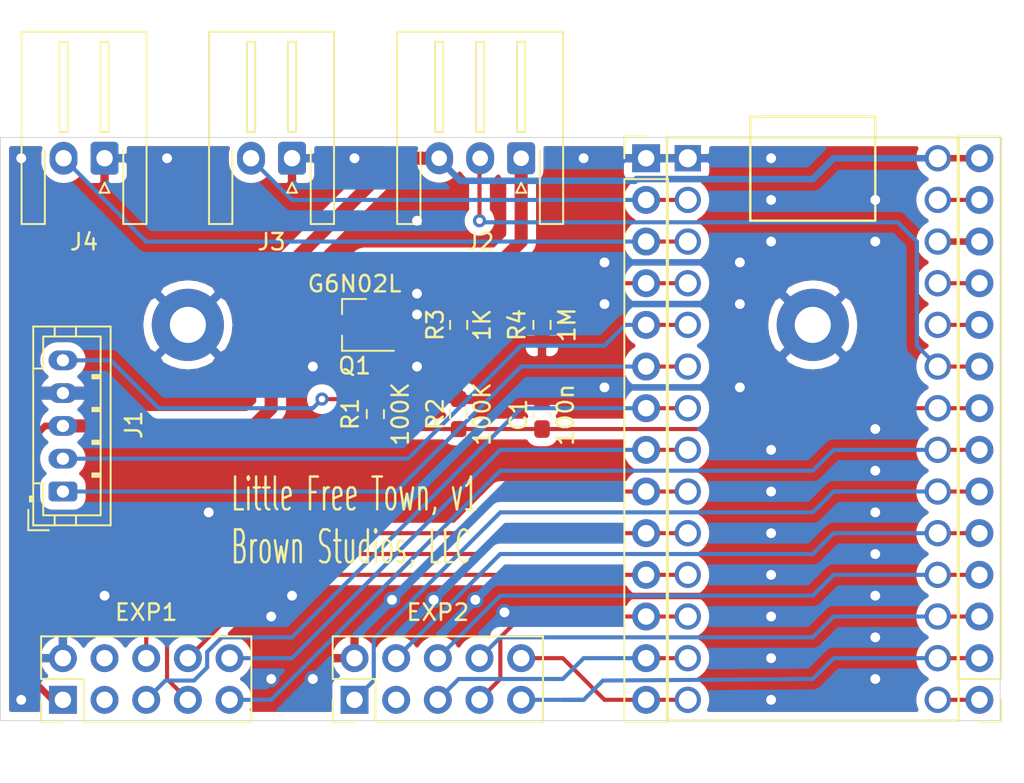
<source format=kicad_pcb>
(kicad_pcb (version 20171130) (host pcbnew "(5.1.10-1-10_14)")

  (general
    (thickness 1.6)
    (drawings 5)
    (tracks 215)
    (zones 0)
    (modules 17)
    (nets 35)
  )

  (page A4)
  (layers
    (0 F.Cu signal)
    (31 B.Cu signal)
    (32 B.Adhes user)
    (33 F.Adhes user)
    (34 B.Paste user)
    (35 F.Paste user)
    (36 B.SilkS user)
    (37 F.SilkS user)
    (38 B.Mask user)
    (39 F.Mask user)
    (40 Dwgs.User user)
    (41 Cmts.User user)
    (42 Eco1.User user)
    (43 Eco2.User user)
    (44 Edge.Cuts user)
    (45 Margin user)
    (46 B.CrtYd user)
    (47 F.CrtYd user)
    (48 B.Fab user)
    (49 F.Fab user)
  )

  (setup
    (last_trace_width 0.8)
    (user_trace_width 0.25)
    (user_trace_width 0.4)
    (user_trace_width 0.8)
    (trace_clearance 0.2)
    (zone_clearance 0.508)
    (zone_45_only no)
    (trace_min 0.2)
    (via_size 0.8)
    (via_drill 0.4)
    (via_min_size 0.6)
    (via_min_drill 0.3)
    (user_via 0.8 0.4)
    (user_via 1 0.6)
    (uvia_size 0.3)
    (uvia_drill 0.1)
    (uvias_allowed no)
    (uvia_min_size 0.2)
    (uvia_min_drill 0.1)
    (edge_width 0.05)
    (segment_width 0.2)
    (pcb_text_width 0.3)
    (pcb_text_size 1.5 1.5)
    (mod_edge_width 0.12)
    (mod_text_size 1 1)
    (mod_text_width 0.15)
    (pad_size 1.7 1.7)
    (pad_drill 1)
    (pad_to_mask_clearance 0)
    (aux_axis_origin 0 0)
    (visible_elements FFFFFF7F)
    (pcbplotparams
      (layerselection 0x010fc_ffffffff)
      (usegerberextensions false)
      (usegerberattributes true)
      (usegerberadvancedattributes true)
      (creategerberjobfile true)
      (excludeedgelayer true)
      (linewidth 0.100000)
      (plotframeref false)
      (viasonmask false)
      (mode 1)
      (useauxorigin false)
      (hpglpennumber 1)
      (hpglpenspeed 20)
      (hpglpendiameter 15.000000)
      (psnegative false)
      (psa4output false)
      (plotreference true)
      (plotvalue true)
      (plotinvisibletext false)
      (padsonsilk false)
      (subtractmaskfromsilk false)
      (outputformat 1)
      (mirror false)
      (drillshape 0)
      (scaleselection 1)
      (outputdirectory "plots/"))
  )

  (net 0 "")
  (net 1 GND)
  (net 2 /BATTMON)
  (net 3 /BEEP)
  (net 4 /BTN_ENC)
  (net 5 /LCD_CS)
  (net 6 /LCD_A0)
  (net 7 /LCD_RST)
  (net 8 /PANEL_LED_DIN)
  (net 9 "Net-(EXP1-Pad4)")
  (net 10 "Net-(EXP1-Pad3)")
  (net 11 /MISO)
  (net 12 /SCK)
  (net 13 /BTN_EN1)
  (net 14 /SDCARD_CS)
  (net 15 /BTN_EN2)
  (net 16 /MOSI)
  (net 17 /SDCARD_CD)
  (net 18 /SW_RST)
  (net 19 /SW_KILL)
  (net 20 /STRIP_LED_DIN)
  (net 21 /AGND)
  (net 22 /STRIP_LED_EN)
  (net 23 /DOOR2)
  (net 24 /DOOR1)
  (net 25 /CHG)
  (net 26 /PGOOD)
  (net 27 /X_D13)
  (net 28 /VLIPO)
  (net 29 /STRIP_LED_GND)
  (net 30 "Net-(Q1-Pad1)")
  (net 31 /X_A9)
  (net 32 /X_A8)
  (net 33 VBUS)
  (net 34 /VCC)

  (net_class Default "This is the default net class."
    (clearance 0.2)
    (trace_width 0.25)
    (via_dia 0.8)
    (via_drill 0.4)
    (uvia_dia 0.3)
    (uvia_drill 0.1)
    (add_net /AGND)
    (add_net /BATTMON)
    (add_net /BEEP)
    (add_net /BTN_EN1)
    (add_net /BTN_EN2)
    (add_net /BTN_ENC)
    (add_net /CHG)
    (add_net /DOOR1)
    (add_net /DOOR2)
    (add_net /LCD_A0)
    (add_net /LCD_CS)
    (add_net /LCD_RST)
    (add_net /MISO)
    (add_net /MOSI)
    (add_net /PANEL_LED_DIN)
    (add_net /PGOOD)
    (add_net /SCK)
    (add_net /SDCARD_CD)
    (add_net /SDCARD_CS)
    (add_net /STRIP_LED_DIN)
    (add_net /STRIP_LED_EN)
    (add_net /SW_KILL)
    (add_net /SW_RST)
    (add_net /VLIPO)
    (add_net /X_A8)
    (add_net /X_A9)
    (add_net /X_D13)
    (add_net "Net-(EXP1-Pad3)")
    (add_net "Net-(EXP1-Pad4)")
    (add_net "Net-(Q1-Pad1)")
  )

  (net_class Power ""
    (clearance 0.2)
    (trace_width 0.4)
    (via_dia 1)
    (via_drill 0.6)
    (uvia_dia 0.3)
    (uvia_drill 0.1)
    (add_net /STRIP_LED_GND)
    (add_net /VCC)
    (add_net GND)
    (add_net VBUS)
  )

  (module MountingHole:MountingHole_2.2mm_M2_Pad (layer F.Cu) (tedit 61245B41) (tstamp 612468F3)
    (at 93.98 63.5)
    (descr "Mounting Hole 2.2mm, M2")
    (tags "mounting hole 2.2mm m2")
    (attr virtual)
    (fp_text reference M2 (at 0 -3.2) (layer F.SilkS) hide
      (effects (font (size 1 1) (thickness 0.15)))
    )
    (fp_text value MountingHole_2.2mm_M2_Pad (at 0 3.2) (layer F.Fab)
      (effects (font (size 1 1) (thickness 0.15)))
    )
    (fp_circle (center 0 0) (end 2.45 0) (layer F.CrtYd) (width 0.05))
    (fp_circle (center 0 0) (end 2.2 0) (layer Cmts.User) (width 0.15))
    (fp_text user %R (at 0.3 0) (layer F.Fab)
      (effects (font (size 1 1) (thickness 0.15)))
    )
    (pad 1 thru_hole circle (at 0 0) (size 4.399999 4.399999) (drill 2.2) (layers *.Cu *.Mask)
      (net 1 GND))
  )

  (module MountingHole:MountingHole_2.2mm_M2_Pad (layer F.Cu) (tedit 612459AC) (tstamp 6124643D)
    (at 55.88 63.5)
    (descr "Mounting Hole 2.2mm, M2")
    (tags "mounting hole 2.2mm m2")
    (attr virtual)
    (fp_text reference M1 (at 0 -3.2) (layer F.SilkS) hide
      (effects (font (size 1 1) (thickness 0.15)))
    )
    (fp_text value MountingHole_2.2mm_M2_Pad (at 0 3.2) (layer F.Fab)
      (effects (font (size 1 1) (thickness 0.15)))
    )
    (fp_circle (center 0 0) (end 2.45 0) (layer F.CrtYd) (width 0.05))
    (fp_circle (center 0 0) (end 2.2 0) (layer Cmts.User) (width 0.15))
    (fp_text user %R (at 0.3 0) (layer F.Fab)
      (effects (font (size 1 1) (thickness 0.15)))
    )
    (pad 1 thru_hole circle (at 0 0) (size 4.399999 4.399999) (drill 2.2) (layers *.Cu *.Mask)
      (net 1 GND))
  )

  (module teensy:Teensy32_HeadersOnly (layer F.Cu) (tedit 611CB3D3) (tstamp 612469E5)
    (at 93.98 69.85 270)
    (descr "Teensy 3.0/3.1/3.2 All Pins")
    (path /610C56FD)
    (fp_text reference U1 (at 0 -10.16 90) (layer F.SilkS) hide
      (effects (font (size 1 1) (thickness 0.15)))
    )
    (fp_text value Teensy3.2 (at 0 10.16 90) (layer F.Fab)
      (effects (font (size 1 1) (thickness 0.15)))
    )
    (fp_line (start -17.78 8.89) (end -17.78 -8.89) (layer F.SilkS) (width 0.15))
    (fp_line (start 17.78 8.89) (end -17.78 8.89) (layer F.SilkS) (width 0.15))
    (fp_line (start 17.78 -8.89) (end 17.78 8.89) (layer F.SilkS) (width 0.15))
    (fp_line (start -17.78 -8.89) (end 17.78 -8.89) (layer F.SilkS) (width 0.15))
    (fp_line (start -12.7 3.81) (end -17.78 3.81) (layer F.SilkS) (width 0.15))
    (fp_line (start -12.7 -3.81) (end -17.78 -3.81) (layer F.SilkS) (width 0.15))
    (fp_line (start -12.7 3.81) (end -12.7 -3.81) (layer F.SilkS) (width 0.15))
    (fp_line (start -19.05 -3.81) (end -17.78 -3.81) (layer F.SilkS) (width 0.15))
    (fp_line (start -19.05 3.81) (end -19.05 -3.81) (layer F.SilkS) (width 0.15))
    (fp_line (start -17.78 3.81) (end -19.05 3.81) (layer F.SilkS) (width 0.15))
    (pad 1 thru_hole rect (at -16.51 7.62 270) (size 1.6 1.6) (drill 1.1) (layers *.Cu *.Mask)
      (net 1 GND))
    (pad 2 thru_hole circle (at -13.97 7.62 270) (size 1.6 1.6) (drill 1.1) (layers *.Cu *.Mask)
      (net 24 /DOOR1))
    (pad 3 thru_hole circle (at -11.43 7.62 270) (size 1.6 1.6) (drill 1.1) (layers *.Cu *.Mask)
      (net 23 /DOOR2))
    (pad 4 thru_hole circle (at -8.89 7.62 270) (size 1.6 1.6) (drill 1.1) (layers *.Cu *.Mask)
      (net 22 /STRIP_LED_EN))
    (pad 5 thru_hole circle (at -6.35 7.62 270) (size 1.6 1.6) (drill 1.1) (layers *.Cu *.Mask)
      (net 25 /CHG))
    (pad 6 thru_hole circle (at -3.81 7.62 270) (size 1.6 1.6) (drill 1.1) (layers *.Cu *.Mask)
      (net 26 /PGOOD))
    (pad 7 thru_hole circle (at -1.27 7.62 270) (size 1.6 1.6) (drill 1.1) (layers *.Cu *.Mask)
      (net 8 /PANEL_LED_DIN))
    (pad 8 thru_hole circle (at 1.27 7.62 270) (size 1.6 1.6) (drill 1.1) (layers *.Cu *.Mask)
      (net 3 /BEEP))
    (pad 9 thru_hole circle (at 3.81 7.62 270) (size 1.6 1.6) (drill 1.1) (layers *.Cu *.Mask)
      (net 7 /LCD_RST))
    (pad 10 thru_hole circle (at 6.35 7.62 270) (size 1.6 1.6) (drill 1.1) (layers *.Cu *.Mask)
      (net 6 /LCD_A0))
    (pad 11 thru_hole circle (at 8.89 7.62 270) (size 1.6 1.6) (drill 1.1) (layers *.Cu *.Mask)
      (net 5 /LCD_CS))
    (pad 12 thru_hole circle (at 11.43 7.62 270) (size 1.6 1.6) (drill 1.1) (layers *.Cu *.Mask)
      (net 14 /SDCARD_CS))
    (pad 13 thru_hole circle (at 13.97 7.62 270) (size 1.6 1.6) (drill 1.1) (layers *.Cu *.Mask)
      (net 16 /MOSI))
    (pad 33 thru_hole circle (at -16.51 -7.62 270) (size 1.6 1.6) (drill 1.1) (layers *.Cu *.Mask)
      (net 33 VBUS))
    (pad 32 thru_hole circle (at -13.97 -7.62 270) (size 1.6 1.6) (drill 1.1) (layers *.Cu *.Mask)
      (net 21 /AGND))
    (pad 31 thru_hole circle (at -11.43 -7.62 270) (size 1.6 1.6) (drill 1.1) (layers *.Cu *.Mask)
      (net 34 /VCC))
    (pad 30 thru_hole circle (at -8.89 -7.62 270) (size 1.6 1.6) (drill 1.1) (layers *.Cu *.Mask)
      (net 31 /X_A9))
    (pad 29 thru_hole circle (at -6.35 -7.62 270) (size 1.6 1.6) (drill 1.1) (layers *.Cu *.Mask)
      (net 32 /X_A8))
    (pad 28 thru_hole circle (at -3.81 -7.62 270) (size 1.6 1.6) (drill 1.1) (layers *.Cu *.Mask)
      (net 20 /STRIP_LED_DIN))
    (pad 27 thru_hole circle (at -1.27 -7.62 270) (size 1.6 1.6) (drill 1.1) (layers *.Cu *.Mask)
      (net 2 /BATTMON))
    (pad 26 thru_hole circle (at 1.27 -7.62 270) (size 1.6 1.6) (drill 1.1) (layers *.Cu *.Mask)
      (net 4 /BTN_ENC))
    (pad 25 thru_hole circle (at 3.81 -7.62 270) (size 1.6 1.6) (drill 1.1) (layers *.Cu *.Mask)
      (net 19 /SW_KILL))
    (pad 24 thru_hole circle (at 6.35 -7.62 270) (size 1.6 1.6) (drill 1.1) (layers *.Cu *.Mask)
      (net 17 /SDCARD_CD))
    (pad 23 thru_hole circle (at 8.89 -7.62 270) (size 1.6 1.6) (drill 1.1) (layers *.Cu *.Mask)
      (net 15 /BTN_EN2))
    (pad 22 thru_hole circle (at 11.43 -7.62 270) (size 1.6 1.6) (drill 1.1) (layers *.Cu *.Mask)
      (net 13 /BTN_EN1))
    (pad 21 thru_hole circle (at 13.97 -7.62 270) (size 1.6 1.6) (drill 1.1) (layers *.Cu *.Mask)
      (net 12 /SCK))
    (pad 14 thru_hole circle (at 16.51 7.62 270) (size 1.6 1.6) (drill 1.1) (layers *.Cu *.Mask)
      (net 11 /MISO))
    (pad 20 thru_hole circle (at 16.51 -7.62 270) (size 1.6 1.6) (drill 1.1) (layers *.Cu *.Mask)
      (net 27 /X_D13))
  )

  (module Connector_PinHeader_2.54mm:PinHeader_2x05_P2.54mm_Vertical (layer F.Cu) (tedit 59FED5CC) (tstamp 611CC638)
    (at 66.04 86.36 90)
    (descr "Through hole straight pin header, 2x05, 2.54mm pitch, double rows")
    (tags "Through hole pin header THT 2x05 2.54mm double row")
    (path /610C83EE)
    (fp_text reference EXP2 (at 5.334 5.08) (layer F.SilkS)
      (effects (font (size 1 1) (thickness 0.15)))
    )
    (fp_text value "Panel Connector" (at 1.27 12.49 90) (layer F.Fab)
      (effects (font (size 1 1) (thickness 0.15)))
    )
    (fp_line (start 4.35 -1.8) (end -1.8 -1.8) (layer F.CrtYd) (width 0.05))
    (fp_line (start 4.35 11.95) (end 4.35 -1.8) (layer F.CrtYd) (width 0.05))
    (fp_line (start -1.8 11.95) (end 4.35 11.95) (layer F.CrtYd) (width 0.05))
    (fp_line (start -1.8 -1.8) (end -1.8 11.95) (layer F.CrtYd) (width 0.05))
    (fp_line (start -1.33 -1.33) (end 0 -1.33) (layer F.SilkS) (width 0.12))
    (fp_line (start -1.33 0) (end -1.33 -1.33) (layer F.SilkS) (width 0.12))
    (fp_line (start 1.27 -1.33) (end 3.87 -1.33) (layer F.SilkS) (width 0.12))
    (fp_line (start 1.27 1.27) (end 1.27 -1.33) (layer F.SilkS) (width 0.12))
    (fp_line (start -1.33 1.27) (end 1.27 1.27) (layer F.SilkS) (width 0.12))
    (fp_line (start 3.87 -1.33) (end 3.87 11.49) (layer F.SilkS) (width 0.12))
    (fp_line (start -1.33 1.27) (end -1.33 11.49) (layer F.SilkS) (width 0.12))
    (fp_line (start -1.33 11.49) (end 3.87 11.49) (layer F.SilkS) (width 0.12))
    (fp_line (start -1.27 0) (end 0 -1.27) (layer F.Fab) (width 0.1))
    (fp_line (start -1.27 11.43) (end -1.27 0) (layer F.Fab) (width 0.1))
    (fp_line (start 3.81 11.43) (end -1.27 11.43) (layer F.Fab) (width 0.1))
    (fp_line (start 3.81 -1.27) (end 3.81 11.43) (layer F.Fab) (width 0.1))
    (fp_line (start 0 -1.27) (end 3.81 -1.27) (layer F.Fab) (width 0.1))
    (fp_text user %R (at 1.27 5.08) (layer F.Fab)
      (effects (font (size 1 1) (thickness 0.15)))
    )
    (pad 10 thru_hole oval (at 2.54 10.16 90) (size 1.7 1.7) (drill 1) (layers *.Cu *.Mask)
      (net 11 /MISO))
    (pad 9 thru_hole oval (at 0 10.16 90) (size 1.7 1.7) (drill 1) (layers *.Cu *.Mask)
      (net 12 /SCK))
    (pad 8 thru_hole oval (at 2.54 7.62 90) (size 1.7 1.7) (drill 1) (layers *.Cu *.Mask)
      (net 13 /BTN_EN1))
    (pad 7 thru_hole oval (at 0 7.62 90) (size 1.7 1.7) (drill 1) (layers *.Cu *.Mask)
      (net 14 /SDCARD_CS))
    (pad 6 thru_hole oval (at 2.54 5.08 90) (size 1.7 1.7) (drill 1) (layers *.Cu *.Mask)
      (net 15 /BTN_EN2))
    (pad 5 thru_hole oval (at 0 5.08 90) (size 1.7 1.7) (drill 1) (layers *.Cu *.Mask)
      (net 16 /MOSI))
    (pad 4 thru_hole oval (at 2.54 2.54 90) (size 1.7 1.7) (drill 1) (layers *.Cu *.Mask)
      (net 17 /SDCARD_CD))
    (pad 3 thru_hole oval (at 0 2.54 90) (size 1.7 1.7) (drill 1) (layers *.Cu *.Mask)
      (net 18 /SW_RST))
    (pad 2 thru_hole oval (at 2.54 0 90) (size 1.7 1.7) (drill 1) (layers *.Cu *.Mask)
      (net 1 GND))
    (pad 1 thru_hole rect (at 0 0 90) (size 1.7 1.7) (drill 1) (layers *.Cu *.Mask)
      (net 19 /SW_KILL))
    (model ${KISYS3DMOD}/Connector_PinHeader_2.54mm.3dshapes/PinHeader_2x05_P2.54mm_Vertical.wrl
      (at (xyz 0 0 0))
      (scale (xyz 1 1 1))
      (rotate (xyz 0 0 0))
    )
  )

  (module Connector_PinHeader_2.54mm:PinHeader_2x05_P2.54mm_Vertical (layer F.Cu) (tedit 59FED5CC) (tstamp 611DC261)
    (at 48.26 86.36 90)
    (descr "Through hole straight pin header, 2x05, 2.54mm pitch, double rows")
    (tags "Through hole pin header THT 2x05 2.54mm double row")
    (path /610C7AEC)
    (fp_text reference EXP1 (at 5.334 5.08 180) (layer F.SilkS)
      (effects (font (size 1 1) (thickness 0.15)))
    )
    (fp_text value "Panel Connector" (at 1.27 12.49 90) (layer F.Fab)
      (effects (font (size 1 1) (thickness 0.15)))
    )
    (fp_line (start 4.35 -1.8) (end -1.8 -1.8) (layer F.CrtYd) (width 0.05))
    (fp_line (start 4.35 11.95) (end 4.35 -1.8) (layer F.CrtYd) (width 0.05))
    (fp_line (start -1.8 11.95) (end 4.35 11.95) (layer F.CrtYd) (width 0.05))
    (fp_line (start -1.8 -1.8) (end -1.8 11.95) (layer F.CrtYd) (width 0.05))
    (fp_line (start -1.33 -1.33) (end 0 -1.33) (layer F.SilkS) (width 0.12))
    (fp_line (start -1.33 0) (end -1.33 -1.33) (layer F.SilkS) (width 0.12))
    (fp_line (start 1.27 -1.33) (end 3.87 -1.33) (layer F.SilkS) (width 0.12))
    (fp_line (start 1.27 1.27) (end 1.27 -1.33) (layer F.SilkS) (width 0.12))
    (fp_line (start -1.33 1.27) (end 1.27 1.27) (layer F.SilkS) (width 0.12))
    (fp_line (start 3.87 -1.33) (end 3.87 11.49) (layer F.SilkS) (width 0.12))
    (fp_line (start -1.33 1.27) (end -1.33 11.49) (layer F.SilkS) (width 0.12))
    (fp_line (start -1.33 11.49) (end 3.87 11.49) (layer F.SilkS) (width 0.12))
    (fp_line (start -1.27 0) (end 0 -1.27) (layer F.Fab) (width 0.1))
    (fp_line (start -1.27 11.43) (end -1.27 0) (layer F.Fab) (width 0.1))
    (fp_line (start 3.81 11.43) (end -1.27 11.43) (layer F.Fab) (width 0.1))
    (fp_line (start 3.81 -1.27) (end 3.81 11.43) (layer F.Fab) (width 0.1))
    (fp_line (start 0 -1.27) (end 3.81 -1.27) (layer F.Fab) (width 0.1))
    (fp_text user %R (at 1.27 5.08) (layer F.Fab)
      (effects (font (size 1 1) (thickness 0.15)))
    )
    (pad 10 thru_hole oval (at 2.54 10.16 90) (size 1.7 1.7) (drill 1) (layers *.Cu *.Mask)
      (net 3 /BEEP))
    (pad 9 thru_hole oval (at 0 10.16 90) (size 1.7 1.7) (drill 1) (layers *.Cu *.Mask)
      (net 4 /BTN_ENC))
    (pad 8 thru_hole oval (at 2.54 7.62 90) (size 1.7 1.7) (drill 1) (layers *.Cu *.Mask)
      (net 5 /LCD_CS))
    (pad 7 thru_hole oval (at 0 7.62 90) (size 1.7 1.7) (drill 1) (layers *.Cu *.Mask)
      (net 6 /LCD_A0))
    (pad 6 thru_hole oval (at 2.54 5.08 90) (size 1.7 1.7) (drill 1) (layers *.Cu *.Mask)
      (net 7 /LCD_RST))
    (pad 5 thru_hole oval (at 0 5.08 90) (size 1.7 1.7) (drill 1) (layers *.Cu *.Mask)
      (net 8 /PANEL_LED_DIN))
    (pad 4 thru_hole oval (at 2.54 2.54 90) (size 1.7 1.7) (drill 1) (layers *.Cu *.Mask)
      (net 9 "Net-(EXP1-Pad4)"))
    (pad 3 thru_hole oval (at 0 2.54 90) (size 1.7 1.7) (drill 1) (layers *.Cu *.Mask)
      (net 10 "Net-(EXP1-Pad3)"))
    (pad 2 thru_hole oval (at 2.54 0 90) (size 1.7 1.7) (drill 1) (layers *.Cu *.Mask)
      (net 1 GND))
    (pad 1 thru_hole rect (at 0 0 90) (size 1.7 1.7) (drill 1) (layers *.Cu *.Mask)
      (net 33 VBUS))
    (model ${KISYS3DMOD}/Connector_PinHeader_2.54mm.3dshapes/PinHeader_2x05_P2.54mm_Vertical.wrl
      (at (xyz 0 0 0))
      (scale (xyz 1 1 1))
      (rotate (xyz 0 0 0))
    )
  )

  (module Package_TO_SOT_SMD:SOT-23_Handsoldering (layer F.Cu) (tedit 5A0AB76C) (tstamp 611CBDF1)
    (at 66.04 63.5 180)
    (descr "SOT-23, Handsoldering")
    (tags SOT-23)
    (path /6115D668)
    (attr smd)
    (fp_text reference Q1 (at 0 -2.5) (layer F.SilkS)
      (effects (font (size 1 1) (thickness 0.15)))
    )
    (fp_text value G6N02L (at 0 2.5) (layer F.SilkS)
      (effects (font (size 1 1) (thickness 0.15)))
    )
    (fp_line (start 0.76 1.58) (end -0.7 1.58) (layer F.SilkS) (width 0.12))
    (fp_line (start -0.7 1.52) (end 0.7 1.52) (layer F.Fab) (width 0.1))
    (fp_line (start 0.7 -1.52) (end 0.7 1.52) (layer F.Fab) (width 0.1))
    (fp_line (start -0.7 -0.95) (end -0.15 -1.52) (layer F.Fab) (width 0.1))
    (fp_line (start -0.15 -1.52) (end 0.7 -1.52) (layer F.Fab) (width 0.1))
    (fp_line (start -0.7 -0.95) (end -0.7 1.5) (layer F.Fab) (width 0.1))
    (fp_line (start 0.76 -1.58) (end -2.4 -1.58) (layer F.SilkS) (width 0.12))
    (fp_line (start -2.7 1.75) (end -2.7 -1.75) (layer F.CrtYd) (width 0.05))
    (fp_line (start 2.7 1.75) (end -2.7 1.75) (layer F.CrtYd) (width 0.05))
    (fp_line (start 2.7 -1.75) (end 2.7 1.75) (layer F.CrtYd) (width 0.05))
    (fp_line (start -2.7 -1.75) (end 2.7 -1.75) (layer F.CrtYd) (width 0.05))
    (fp_line (start 0.76 -1.58) (end 0.76 -0.65) (layer F.SilkS) (width 0.12))
    (fp_line (start 0.76 1.58) (end 0.76 0.65) (layer F.SilkS) (width 0.12))
    (fp_text user %R (at 0 0 90) (layer F.Fab)
      (effects (font (size 0.5 0.5) (thickness 0.075)))
    )
    (pad 3 smd rect (at 1.5 0 180) (size 1.9 0.8) (layers F.Cu F.Paste F.Mask)
      (net 29 /STRIP_LED_GND))
    (pad 2 smd rect (at -1.5 0.95 180) (size 1.9 0.8) (layers F.Cu F.Paste F.Mask)
      (net 1 GND))
    (pad 1 smd rect (at -1.5 -0.95 180) (size 1.9 0.8) (layers F.Cu F.Paste F.Mask)
      (net 30 "Net-(Q1-Pad1)"))
    (model ${KISYS3DMOD}/Package_TO_SOT_SMD.3dshapes/SOT-23.wrl
      (at (xyz 0 0 0))
      (scale (xyz 1 1 1))
      (rotate (xyz 0 0 0))
    )
  )

  (module Resistor_SMD:R_0603_1608Metric_Pad0.98x0.95mm_HandSolder (layer F.Cu) (tedit 5F68FEEE) (tstamp 61245393)
    (at 77.47 63.5 270)
    (descr "Resistor SMD 0603 (1608 Metric), square (rectangular) end terminal, IPC_7351 nominal with elongated pad for handsoldering. (Body size source: IPC-SM-782 page 72, https://www.pcb-3d.com/wordpress/wp-content/uploads/ipc-sm-782a_amendment_1_and_2.pdf), generated with kicad-footprint-generator")
    (tags "resistor handsolder")
    (path /6116CC8A)
    (attr smd)
    (fp_text reference R4 (at 0 1.524 90) (layer F.SilkS)
      (effects (font (size 1 1) (thickness 0.15)))
    )
    (fp_text value 1M (at 0 -1.524 90) (layer F.SilkS)
      (effects (font (size 1 1) (thickness 0.15)))
    )
    (fp_line (start 1.65 0.73) (end -1.65 0.73) (layer F.CrtYd) (width 0.05))
    (fp_line (start 1.65 -0.73) (end 1.65 0.73) (layer F.CrtYd) (width 0.05))
    (fp_line (start -1.65 -0.73) (end 1.65 -0.73) (layer F.CrtYd) (width 0.05))
    (fp_line (start -1.65 0.73) (end -1.65 -0.73) (layer F.CrtYd) (width 0.05))
    (fp_line (start -0.254724 0.5225) (end 0.254724 0.5225) (layer F.SilkS) (width 0.12))
    (fp_line (start -0.254724 -0.5225) (end 0.254724 -0.5225) (layer F.SilkS) (width 0.12))
    (fp_line (start 0.8 0.4125) (end -0.8 0.4125) (layer F.Fab) (width 0.1))
    (fp_line (start 0.8 -0.4125) (end 0.8 0.4125) (layer F.Fab) (width 0.1))
    (fp_line (start -0.8 -0.4125) (end 0.8 -0.4125) (layer F.Fab) (width 0.1))
    (fp_line (start -0.8 0.4125) (end -0.8 -0.4125) (layer F.Fab) (width 0.1))
    (fp_text user %R (at 0 0 90) (layer F.Fab)
      (effects (font (size 0.4 0.4) (thickness 0.06)))
    )
    (pad 2 smd roundrect (at 0.9125 0 270) (size 0.975 0.95) (layers F.Cu F.Paste F.Mask) (roundrect_rratio 0.25)
      (net 1 GND))
    (pad 1 smd roundrect (at -0.9125 0 270) (size 0.975 0.95) (layers F.Cu F.Paste F.Mask) (roundrect_rratio 0.25)
      (net 22 /STRIP_LED_EN))
    (model ${KISYS3DMOD}/Resistor_SMD.3dshapes/R_0603_1608Metric.wrl
      (at (xyz 0 0 0))
      (scale (xyz 1 1 1))
      (rotate (xyz 0 0 0))
    )
  )

  (module Resistor_SMD:R_0603_1608Metric_Pad0.98x0.95mm_HandSolder (layer F.Cu) (tedit 5F68FEEE) (tstamp 611CBE24)
    (at 72.39 63.5 90)
    (descr "Resistor SMD 0603 (1608 Metric), square (rectangular) end terminal, IPC_7351 nominal with elongated pad for handsoldering. (Body size source: IPC-SM-782 page 72, https://www.pcb-3d.com/wordpress/wp-content/uploads/ipc-sm-782a_amendment_1_and_2.pdf), generated with kicad-footprint-generator")
    (tags "resistor handsolder")
    (path /6116BDC8)
    (attr smd)
    (fp_text reference R3 (at 0 -1.43 90) (layer F.SilkS)
      (effects (font (size 1 1) (thickness 0.15)))
    )
    (fp_text value 1K (at 0 1.43 90) (layer F.SilkS)
      (effects (font (size 1 1) (thickness 0.15)))
    )
    (fp_line (start 1.65 0.73) (end -1.65 0.73) (layer F.CrtYd) (width 0.05))
    (fp_line (start 1.65 -0.73) (end 1.65 0.73) (layer F.CrtYd) (width 0.05))
    (fp_line (start -1.65 -0.73) (end 1.65 -0.73) (layer F.CrtYd) (width 0.05))
    (fp_line (start -1.65 0.73) (end -1.65 -0.73) (layer F.CrtYd) (width 0.05))
    (fp_line (start -0.254724 0.5225) (end 0.254724 0.5225) (layer F.SilkS) (width 0.12))
    (fp_line (start -0.254724 -0.5225) (end 0.254724 -0.5225) (layer F.SilkS) (width 0.12))
    (fp_line (start 0.8 0.4125) (end -0.8 0.4125) (layer F.Fab) (width 0.1))
    (fp_line (start 0.8 -0.4125) (end 0.8 0.4125) (layer F.Fab) (width 0.1))
    (fp_line (start -0.8 -0.4125) (end 0.8 -0.4125) (layer F.Fab) (width 0.1))
    (fp_line (start -0.8 0.4125) (end -0.8 -0.4125) (layer F.Fab) (width 0.1))
    (fp_text user %R (at 0 0 90) (layer F.Fab)
      (effects (font (size 0.4 0.4) (thickness 0.06)))
    )
    (pad 2 smd roundrect (at 0.9125 0 90) (size 0.975 0.95) (layers F.Cu F.Paste F.Mask) (roundrect_rratio 0.25)
      (net 22 /STRIP_LED_EN))
    (pad 1 smd roundrect (at -0.9125 0 90) (size 0.975 0.95) (layers F.Cu F.Paste F.Mask) (roundrect_rratio 0.25)
      (net 30 "Net-(Q1-Pad1)"))
    (model ${KISYS3DMOD}/Resistor_SMD.3dshapes/R_0603_1608Metric.wrl
      (at (xyz 0 0 0))
      (scale (xyz 1 1 1))
      (rotate (xyz 0 0 0))
    )
  )

  (module Resistor_SMD:R_0603_1608Metric_Pad0.98x0.95mm_HandSolder (layer F.Cu) (tedit 5F68FEEE) (tstamp 611CBE13)
    (at 72.39 68.9375 90)
    (descr "Resistor SMD 0603 (1608 Metric), square (rectangular) end terminal, IPC_7351 nominal with elongated pad for handsoldering. (Body size source: IPC-SM-782 page 72, https://www.pcb-3d.com/wordpress/wp-content/uploads/ipc-sm-782a_amendment_1_and_2.pdf), generated with kicad-footprint-generator")
    (tags "resistor handsolder")
    (path /610D7360)
    (attr smd)
    (fp_text reference R2 (at 0 -1.43 90) (layer F.SilkS)
      (effects (font (size 1 1) (thickness 0.15)))
    )
    (fp_text value 100K (at 0 1.43 90) (layer F.SilkS)
      (effects (font (size 1 1) (thickness 0.15)))
    )
    (fp_line (start 1.65 0.73) (end -1.65 0.73) (layer F.CrtYd) (width 0.05))
    (fp_line (start 1.65 -0.73) (end 1.65 0.73) (layer F.CrtYd) (width 0.05))
    (fp_line (start -1.65 -0.73) (end 1.65 -0.73) (layer F.CrtYd) (width 0.05))
    (fp_line (start -1.65 0.73) (end -1.65 -0.73) (layer F.CrtYd) (width 0.05))
    (fp_line (start -0.254724 0.5225) (end 0.254724 0.5225) (layer F.SilkS) (width 0.12))
    (fp_line (start -0.254724 -0.5225) (end 0.254724 -0.5225) (layer F.SilkS) (width 0.12))
    (fp_line (start 0.8 0.4125) (end -0.8 0.4125) (layer F.Fab) (width 0.1))
    (fp_line (start 0.8 -0.4125) (end 0.8 0.4125) (layer F.Fab) (width 0.1))
    (fp_line (start -0.8 -0.4125) (end 0.8 -0.4125) (layer F.Fab) (width 0.1))
    (fp_line (start -0.8 0.4125) (end -0.8 -0.4125) (layer F.Fab) (width 0.1))
    (fp_text user %R (at 0 0 90) (layer F.Fab)
      (effects (font (size 0.4 0.4) (thickness 0.06)))
    )
    (pad 2 smd roundrect (at 0.9125 0 90) (size 0.975 0.95) (layers F.Cu F.Paste F.Mask) (roundrect_rratio 0.25)
      (net 1 GND))
    (pad 1 smd roundrect (at -0.9125 0 90) (size 0.975 0.95) (layers F.Cu F.Paste F.Mask) (roundrect_rratio 0.25)
      (net 2 /BATTMON))
    (model ${KISYS3DMOD}/Resistor_SMD.3dshapes/R_0603_1608Metric.wrl
      (at (xyz 0 0 0))
      (scale (xyz 1 1 1))
      (rotate (xyz 0 0 0))
    )
  )

  (module Resistor_SMD:R_0603_1608Metric_Pad0.98x0.95mm_HandSolder (layer F.Cu) (tedit 5F68FEEE) (tstamp 611DC5B8)
    (at 67.31 68.9375 270)
    (descr "Resistor SMD 0603 (1608 Metric), square (rectangular) end terminal, IPC_7351 nominal with elongated pad for handsoldering. (Body size source: IPC-SM-782 page 72, https://www.pcb-3d.com/wordpress/wp-content/uploads/ipc-sm-782a_amendment_1_and_2.pdf), generated with kicad-footprint-generator")
    (tags "resistor handsolder")
    (path /610D6D94)
    (attr smd)
    (fp_text reference R1 (at 0 1.524 90) (layer F.SilkS)
      (effects (font (size 1 1) (thickness 0.15)))
    )
    (fp_text value 100K (at 0 -1.524 90) (layer F.SilkS)
      (effects (font (size 1 1) (thickness 0.15)))
    )
    (fp_line (start 1.65 0.73) (end -1.65 0.73) (layer F.CrtYd) (width 0.05))
    (fp_line (start 1.65 -0.73) (end 1.65 0.73) (layer F.CrtYd) (width 0.05))
    (fp_line (start -1.65 -0.73) (end 1.65 -0.73) (layer F.CrtYd) (width 0.05))
    (fp_line (start -1.65 0.73) (end -1.65 -0.73) (layer F.CrtYd) (width 0.05))
    (fp_line (start -0.254724 0.5225) (end 0.254724 0.5225) (layer F.SilkS) (width 0.12))
    (fp_line (start -0.254724 -0.5225) (end 0.254724 -0.5225) (layer F.SilkS) (width 0.12))
    (fp_line (start 0.8 0.4125) (end -0.8 0.4125) (layer F.Fab) (width 0.1))
    (fp_line (start 0.8 -0.4125) (end 0.8 0.4125) (layer F.Fab) (width 0.1))
    (fp_line (start -0.8 -0.4125) (end 0.8 -0.4125) (layer F.Fab) (width 0.1))
    (fp_line (start -0.8 0.4125) (end -0.8 -0.4125) (layer F.Fab) (width 0.1))
    (fp_text user %R (at 0 0 90) (layer F.Fab)
      (effects (font (size 0.4 0.4) (thickness 0.06)))
    )
    (pad 2 smd roundrect (at 0.9125 0 270) (size 0.975 0.95) (layers F.Cu F.Paste F.Mask) (roundrect_rratio 0.25)
      (net 2 /BATTMON))
    (pad 1 smd roundrect (at -0.9125 0 270) (size 0.975 0.95) (layers F.Cu F.Paste F.Mask) (roundrect_rratio 0.25)
      (net 28 /VLIPO))
    (model ${KISYS3DMOD}/Resistor_SMD.3dshapes/R_0603_1608Metric.wrl
      (at (xyz 0 0 0))
      (scale (xyz 1 1 1))
      (rotate (xyz 0 0 0))
    )
  )

  (module Connector_JST:JST_XH_S2B-XH-A-1_1x02_P2.50mm_Horizontal (layer F.Cu) (tedit 5C281476) (tstamp 611CBDDC)
    (at 50.8 53.34 180)
    (descr "JST XH series connector, S2B-XH-A-1 (http://www.jst-mfg.com/product/pdf/eng/eXH.pdf), generated with kicad-footprint-generator")
    (tags "connector JST XH horizontal")
    (path /611D52DC)
    (fp_text reference J4 (at 1.25 -5.1) (layer F.SilkS)
      (effects (font (size 1 1) (thickness 0.15)))
    )
    (fp_text value "Door Sensor" (at 1.25 8.8) (layer F.Fab)
      (effects (font (size 1 1) (thickness 0.15)))
    )
    (fp_line (start 0 -0.4) (end 0.625 0.6) (layer F.Fab) (width 0.1))
    (fp_line (start -0.625 0.6) (end 0 -0.4) (layer F.Fab) (width 0.1))
    (fp_line (start 0.3 -2.1) (end 0 -1.5) (layer F.SilkS) (width 0.12))
    (fp_line (start -0.3 -2.1) (end 0.3 -2.1) (layer F.SilkS) (width 0.12))
    (fp_line (start 0 -1.5) (end -0.3 -2.1) (layer F.SilkS) (width 0.12))
    (fp_line (start 2.75 1.6) (end 2.25 1.6) (layer F.SilkS) (width 0.12))
    (fp_line (start 2.75 7.1) (end 2.75 1.6) (layer F.SilkS) (width 0.12))
    (fp_line (start 2.25 7.1) (end 2.75 7.1) (layer F.SilkS) (width 0.12))
    (fp_line (start 2.25 1.6) (end 2.25 7.1) (layer F.SilkS) (width 0.12))
    (fp_line (start 0.25 1.6) (end -0.25 1.6) (layer F.SilkS) (width 0.12))
    (fp_line (start 0.25 7.1) (end 0.25 1.6) (layer F.SilkS) (width 0.12))
    (fp_line (start -0.25 7.1) (end 0.25 7.1) (layer F.SilkS) (width 0.12))
    (fp_line (start -0.25 1.6) (end -0.25 7.1) (layer F.SilkS) (width 0.12))
    (fp_line (start 3.75 0.6) (end 1.25 0.6) (layer F.Fab) (width 0.1))
    (fp_line (start 3.75 -3.9) (end 3.75 0.6) (layer F.Fab) (width 0.1))
    (fp_line (start 4.95 -3.9) (end 3.75 -3.9) (layer F.Fab) (width 0.1))
    (fp_line (start 4.95 7.6) (end 4.95 -3.9) (layer F.Fab) (width 0.1))
    (fp_line (start 1.25 7.6) (end 4.95 7.6) (layer F.Fab) (width 0.1))
    (fp_line (start -1.25 0.6) (end 1.25 0.6) (layer F.Fab) (width 0.1))
    (fp_line (start -1.25 -3.9) (end -1.25 0.6) (layer F.Fab) (width 0.1))
    (fp_line (start -2.45 -3.9) (end -1.25 -3.9) (layer F.Fab) (width 0.1))
    (fp_line (start -2.45 7.6) (end -2.45 -3.9) (layer F.Fab) (width 0.1))
    (fp_line (start 1.25 7.6) (end -2.45 7.6) (layer F.Fab) (width 0.1))
    (fp_line (start 3.64 -4.01) (end 3.64 0.49) (layer F.SilkS) (width 0.12))
    (fp_line (start 5.06 -4.01) (end 3.64 -4.01) (layer F.SilkS) (width 0.12))
    (fp_line (start 5.06 7.71) (end 5.06 -4.01) (layer F.SilkS) (width 0.12))
    (fp_line (start 1.25 7.71) (end 5.06 7.71) (layer F.SilkS) (width 0.12))
    (fp_line (start -1.14 -4.01) (end -1.14 0.49) (layer F.SilkS) (width 0.12))
    (fp_line (start -2.56 -4.01) (end -1.14 -4.01) (layer F.SilkS) (width 0.12))
    (fp_line (start -2.56 7.71) (end -2.56 -4.01) (layer F.SilkS) (width 0.12))
    (fp_line (start 1.25 7.71) (end -2.56 7.71) (layer F.SilkS) (width 0.12))
    (fp_line (start 5.45 -4.4) (end -2.95 -4.4) (layer F.CrtYd) (width 0.05))
    (fp_line (start 5.45 8.1) (end 5.45 -4.4) (layer F.CrtYd) (width 0.05))
    (fp_line (start -2.95 8.1) (end 5.45 8.1) (layer F.CrtYd) (width 0.05))
    (fp_line (start -2.95 -4.4) (end -2.95 8.1) (layer F.CrtYd) (width 0.05))
    (fp_text user %R (at 1.25 1.85) (layer F.Fab)
      (effects (font (size 1 1) (thickness 0.15)))
    )
    (pad 2 thru_hole oval (at 2.5 0 180) (size 1.7 2) (drill 1) (layers *.Cu *.Mask)
      (net 23 /DOOR2))
    (pad 1 thru_hole roundrect (at 0 0 180) (size 1.7 2) (drill 1) (layers *.Cu *.Mask) (roundrect_rratio 0.1470588235294118)
      (net 1 GND))
    (model ${KISYS3DMOD}/Connector_JST.3dshapes/JST_XH_S2B-XH-A-1_1x02_P2.50mm_Horizontal.wrl
      (at (xyz 0 0 0))
      (scale (xyz 1 1 1))
      (rotate (xyz 0 0 0))
    )
  )

  (module Connector_JST:JST_XH_S2B-XH-A-1_1x02_P2.50mm_Horizontal (layer F.Cu) (tedit 5C281476) (tstamp 611CBDB2)
    (at 62.23 53.34 180)
    (descr "JST XH series connector, S2B-XH-A-1 (http://www.jst-mfg.com/product/pdf/eng/eXH.pdf), generated with kicad-footprint-generator")
    (tags "connector JST XH horizontal")
    (path /611CA057)
    (fp_text reference J3 (at 1.25 -5.1) (layer F.SilkS)
      (effects (font (size 1 1) (thickness 0.15)))
    )
    (fp_text value "Door Sensor" (at 1.25 8.8) (layer F.Fab)
      (effects (font (size 1 1) (thickness 0.15)))
    )
    (fp_line (start 0 -0.4) (end 0.625 0.6) (layer F.Fab) (width 0.1))
    (fp_line (start -0.625 0.6) (end 0 -0.4) (layer F.Fab) (width 0.1))
    (fp_line (start 0.3 -2.1) (end 0 -1.5) (layer F.SilkS) (width 0.12))
    (fp_line (start -0.3 -2.1) (end 0.3 -2.1) (layer F.SilkS) (width 0.12))
    (fp_line (start 0 -1.5) (end -0.3 -2.1) (layer F.SilkS) (width 0.12))
    (fp_line (start 2.75 1.6) (end 2.25 1.6) (layer F.SilkS) (width 0.12))
    (fp_line (start 2.75 7.1) (end 2.75 1.6) (layer F.SilkS) (width 0.12))
    (fp_line (start 2.25 7.1) (end 2.75 7.1) (layer F.SilkS) (width 0.12))
    (fp_line (start 2.25 1.6) (end 2.25 7.1) (layer F.SilkS) (width 0.12))
    (fp_line (start 0.25 1.6) (end -0.25 1.6) (layer F.SilkS) (width 0.12))
    (fp_line (start 0.25 7.1) (end 0.25 1.6) (layer F.SilkS) (width 0.12))
    (fp_line (start -0.25 7.1) (end 0.25 7.1) (layer F.SilkS) (width 0.12))
    (fp_line (start -0.25 1.6) (end -0.25 7.1) (layer F.SilkS) (width 0.12))
    (fp_line (start 3.75 0.6) (end 1.25 0.6) (layer F.Fab) (width 0.1))
    (fp_line (start 3.75 -3.9) (end 3.75 0.6) (layer F.Fab) (width 0.1))
    (fp_line (start 4.95 -3.9) (end 3.75 -3.9) (layer F.Fab) (width 0.1))
    (fp_line (start 4.95 7.6) (end 4.95 -3.9) (layer F.Fab) (width 0.1))
    (fp_line (start 1.25 7.6) (end 4.95 7.6) (layer F.Fab) (width 0.1))
    (fp_line (start -1.25 0.6) (end 1.25 0.6) (layer F.Fab) (width 0.1))
    (fp_line (start -1.25 -3.9) (end -1.25 0.6) (layer F.Fab) (width 0.1))
    (fp_line (start -2.45 -3.9) (end -1.25 -3.9) (layer F.Fab) (width 0.1))
    (fp_line (start -2.45 7.6) (end -2.45 -3.9) (layer F.Fab) (width 0.1))
    (fp_line (start 1.25 7.6) (end -2.45 7.6) (layer F.Fab) (width 0.1))
    (fp_line (start 3.64 -4.01) (end 3.64 0.49) (layer F.SilkS) (width 0.12))
    (fp_line (start 5.06 -4.01) (end 3.64 -4.01) (layer F.SilkS) (width 0.12))
    (fp_line (start 5.06 7.71) (end 5.06 -4.01) (layer F.SilkS) (width 0.12))
    (fp_line (start 1.25 7.71) (end 5.06 7.71) (layer F.SilkS) (width 0.12))
    (fp_line (start -1.14 -4.01) (end -1.14 0.49) (layer F.SilkS) (width 0.12))
    (fp_line (start -2.56 -4.01) (end -1.14 -4.01) (layer F.SilkS) (width 0.12))
    (fp_line (start -2.56 7.71) (end -2.56 -4.01) (layer F.SilkS) (width 0.12))
    (fp_line (start 1.25 7.71) (end -2.56 7.71) (layer F.SilkS) (width 0.12))
    (fp_line (start 5.45 -4.4) (end -2.95 -4.4) (layer F.CrtYd) (width 0.05))
    (fp_line (start 5.45 8.1) (end 5.45 -4.4) (layer F.CrtYd) (width 0.05))
    (fp_line (start -2.95 8.1) (end 5.45 8.1) (layer F.CrtYd) (width 0.05))
    (fp_line (start -2.95 -4.4) (end -2.95 8.1) (layer F.CrtYd) (width 0.05))
    (fp_text user %R (at 1.25 1.85) (layer F.Fab)
      (effects (font (size 1 1) (thickness 0.15)))
    )
    (pad 2 thru_hole oval (at 2.5 0 180) (size 1.7 2) (drill 1) (layers *.Cu *.Mask)
      (net 24 /DOOR1))
    (pad 1 thru_hole roundrect (at 0 0 180) (size 1.7 2) (drill 1) (layers *.Cu *.Mask) (roundrect_rratio 0.1470588235294118)
      (net 1 GND))
    (model ${KISYS3DMOD}/Connector_JST.3dshapes/JST_XH_S2B-XH-A-1_1x02_P2.50mm_Horizontal.wrl
      (at (xyz 0 0 0))
      (scale (xyz 1 1 1))
      (rotate (xyz 0 0 0))
    )
  )

  (module Connector_JST:JST_XH_S3B-XH-A-1_1x03_P2.50mm_Horizontal (layer F.Cu) (tedit 5C281476) (tstamp 611CBD88)
    (at 76.2 53.34 180)
    (descr "JST XH series connector, S3B-XH-A-1 (http://www.jst-mfg.com/product/pdf/eng/eXH.pdf), generated with kicad-footprint-generator")
    (tags "connector JST XH horizontal")
    (path /610D19E0)
    (fp_text reference J2 (at 2.5 -5.1) (layer F.SilkS)
      (effects (font (size 1 1) (thickness 0.15)))
    )
    (fp_text value "LED Strip Connector" (at 2.5 8.8) (layer F.Fab)
      (effects (font (size 1 1) (thickness 0.15)))
    )
    (fp_line (start 0 -0.4) (end 0.625 0.6) (layer F.Fab) (width 0.1))
    (fp_line (start -0.625 0.6) (end 0 -0.4) (layer F.Fab) (width 0.1))
    (fp_line (start 0.3 -2.1) (end 0 -1.5) (layer F.SilkS) (width 0.12))
    (fp_line (start -0.3 -2.1) (end 0.3 -2.1) (layer F.SilkS) (width 0.12))
    (fp_line (start 0 -1.5) (end -0.3 -2.1) (layer F.SilkS) (width 0.12))
    (fp_line (start 5.25 1.6) (end 4.75 1.6) (layer F.SilkS) (width 0.12))
    (fp_line (start 5.25 7.1) (end 5.25 1.6) (layer F.SilkS) (width 0.12))
    (fp_line (start 4.75 7.1) (end 5.25 7.1) (layer F.SilkS) (width 0.12))
    (fp_line (start 4.75 1.6) (end 4.75 7.1) (layer F.SilkS) (width 0.12))
    (fp_line (start 2.75 1.6) (end 2.25 1.6) (layer F.SilkS) (width 0.12))
    (fp_line (start 2.75 7.1) (end 2.75 1.6) (layer F.SilkS) (width 0.12))
    (fp_line (start 2.25 7.1) (end 2.75 7.1) (layer F.SilkS) (width 0.12))
    (fp_line (start 2.25 1.6) (end 2.25 7.1) (layer F.SilkS) (width 0.12))
    (fp_line (start 0.25 1.6) (end -0.25 1.6) (layer F.SilkS) (width 0.12))
    (fp_line (start 0.25 7.1) (end 0.25 1.6) (layer F.SilkS) (width 0.12))
    (fp_line (start -0.25 7.1) (end 0.25 7.1) (layer F.SilkS) (width 0.12))
    (fp_line (start -0.25 1.6) (end -0.25 7.1) (layer F.SilkS) (width 0.12))
    (fp_line (start 6.25 0.6) (end 2.5 0.6) (layer F.Fab) (width 0.1))
    (fp_line (start 6.25 -3.9) (end 6.25 0.6) (layer F.Fab) (width 0.1))
    (fp_line (start 7.45 -3.9) (end 6.25 -3.9) (layer F.Fab) (width 0.1))
    (fp_line (start 7.45 7.6) (end 7.45 -3.9) (layer F.Fab) (width 0.1))
    (fp_line (start 2.5 7.6) (end 7.45 7.6) (layer F.Fab) (width 0.1))
    (fp_line (start -1.25 0.6) (end 2.5 0.6) (layer F.Fab) (width 0.1))
    (fp_line (start -1.25 -3.9) (end -1.25 0.6) (layer F.Fab) (width 0.1))
    (fp_line (start -2.45 -3.9) (end -1.25 -3.9) (layer F.Fab) (width 0.1))
    (fp_line (start -2.45 7.6) (end -2.45 -3.9) (layer F.Fab) (width 0.1))
    (fp_line (start 2.5 7.6) (end -2.45 7.6) (layer F.Fab) (width 0.1))
    (fp_line (start 6.14 -4.01) (end 6.14 0.49) (layer F.SilkS) (width 0.12))
    (fp_line (start 7.56 -4.01) (end 6.14 -4.01) (layer F.SilkS) (width 0.12))
    (fp_line (start 7.56 7.71) (end 7.56 -4.01) (layer F.SilkS) (width 0.12))
    (fp_line (start 2.5 7.71) (end 7.56 7.71) (layer F.SilkS) (width 0.12))
    (fp_line (start -1.14 -4.01) (end -1.14 0.49) (layer F.SilkS) (width 0.12))
    (fp_line (start -2.56 -4.01) (end -1.14 -4.01) (layer F.SilkS) (width 0.12))
    (fp_line (start -2.56 7.71) (end -2.56 -4.01) (layer F.SilkS) (width 0.12))
    (fp_line (start 2.5 7.71) (end -2.56 7.71) (layer F.SilkS) (width 0.12))
    (fp_line (start 7.95 -4.4) (end -2.95 -4.4) (layer F.CrtYd) (width 0.05))
    (fp_line (start 7.95 8.1) (end 7.95 -4.4) (layer F.CrtYd) (width 0.05))
    (fp_line (start -2.95 8.1) (end 7.95 8.1) (layer F.CrtYd) (width 0.05))
    (fp_line (start -2.95 -4.4) (end -2.95 8.1) (layer F.CrtYd) (width 0.05))
    (fp_text user %R (at 2.5 1.85) (layer F.Fab)
      (effects (font (size 1 1) (thickness 0.15)))
    )
    (pad 3 thru_hole oval (at 5 0 180) (size 1.7 1.95) (drill 0.95) (layers *.Cu *.Mask)
      (net 33 VBUS))
    (pad 2 thru_hole oval (at 2.5 0 180) (size 1.7 1.95) (drill 0.95) (layers *.Cu *.Mask)
      (net 20 /STRIP_LED_DIN))
    (pad 1 thru_hole roundrect (at 0 0 180) (size 1.7 1.95) (drill 0.95) (layers *.Cu *.Mask) (roundrect_rratio 0.1470588235294118)
      (net 29 /STRIP_LED_GND))
    (model ${KISYS3DMOD}/Connector_JST.3dshapes/JST_XH_S3B-XH-A-1_1x03_P2.50mm_Horizontal.wrl
      (at (xyz 0 0 0))
      (scale (xyz 1 1 1))
      (rotate (xyz 0 0 0))
    )
  )

  (module Connector_JST:JST_PH_B5B-PH-K_1x05_P2.00mm_Vertical (layer F.Cu) (tedit 5B7745C2) (tstamp 611CCB17)
    (at 48.26 73.66 90)
    (descr "JST PH series connector, B5B-PH-K (http://www.jst-mfg.com/product/pdf/eng/ePH.pdf), generated with kicad-footprint-generator")
    (tags "connector JST PH side entry")
    (path /610C9A8F)
    (fp_text reference J1 (at 4.064 4.318 90) (layer F.SilkS)
      (effects (font (size 1 1) (thickness 0.15)))
    )
    (fp_text value "Charger Connector" (at 4 4 90) (layer F.Fab)
      (effects (font (size 1 1) (thickness 0.15)))
    )
    (fp_line (start 10.45 -2.2) (end -2.45 -2.2) (layer F.CrtYd) (width 0.05))
    (fp_line (start 10.45 3.3) (end 10.45 -2.2) (layer F.CrtYd) (width 0.05))
    (fp_line (start -2.45 3.3) (end 10.45 3.3) (layer F.CrtYd) (width 0.05))
    (fp_line (start -2.45 -2.2) (end -2.45 3.3) (layer F.CrtYd) (width 0.05))
    (fp_line (start 9.95 -1.7) (end -1.95 -1.7) (layer F.Fab) (width 0.1))
    (fp_line (start 9.95 2.8) (end 9.95 -1.7) (layer F.Fab) (width 0.1))
    (fp_line (start -1.95 2.8) (end 9.95 2.8) (layer F.Fab) (width 0.1))
    (fp_line (start -1.95 -1.7) (end -1.95 2.8) (layer F.Fab) (width 0.1))
    (fp_line (start -2.36 -2.11) (end -2.36 -0.86) (layer F.Fab) (width 0.1))
    (fp_line (start -1.11 -2.11) (end -2.36 -2.11) (layer F.Fab) (width 0.1))
    (fp_line (start -2.36 -2.11) (end -2.36 -0.86) (layer F.SilkS) (width 0.12))
    (fp_line (start -1.11 -2.11) (end -2.36 -2.11) (layer F.SilkS) (width 0.12))
    (fp_line (start 7 2.3) (end 7 1.8) (layer F.SilkS) (width 0.12))
    (fp_line (start 7.1 1.8) (end 7.1 2.3) (layer F.SilkS) (width 0.12))
    (fp_line (start 6.9 1.8) (end 7.1 1.8) (layer F.SilkS) (width 0.12))
    (fp_line (start 6.9 2.3) (end 6.9 1.8) (layer F.SilkS) (width 0.12))
    (fp_line (start 5 2.3) (end 5 1.8) (layer F.SilkS) (width 0.12))
    (fp_line (start 5.1 1.8) (end 5.1 2.3) (layer F.SilkS) (width 0.12))
    (fp_line (start 4.9 1.8) (end 5.1 1.8) (layer F.SilkS) (width 0.12))
    (fp_line (start 4.9 2.3) (end 4.9 1.8) (layer F.SilkS) (width 0.12))
    (fp_line (start 3 2.3) (end 3 1.8) (layer F.SilkS) (width 0.12))
    (fp_line (start 3.1 1.8) (end 3.1 2.3) (layer F.SilkS) (width 0.12))
    (fp_line (start 2.9 1.8) (end 3.1 1.8) (layer F.SilkS) (width 0.12))
    (fp_line (start 2.9 2.3) (end 2.9 1.8) (layer F.SilkS) (width 0.12))
    (fp_line (start 1 2.3) (end 1 1.8) (layer F.SilkS) (width 0.12))
    (fp_line (start 1.1 1.8) (end 1.1 2.3) (layer F.SilkS) (width 0.12))
    (fp_line (start 0.9 1.8) (end 1.1 1.8) (layer F.SilkS) (width 0.12))
    (fp_line (start 0.9 2.3) (end 0.9 1.8) (layer F.SilkS) (width 0.12))
    (fp_line (start 10.06 0.8) (end 9.45 0.8) (layer F.SilkS) (width 0.12))
    (fp_line (start 10.06 -0.5) (end 9.45 -0.5) (layer F.SilkS) (width 0.12))
    (fp_line (start -2.06 0.8) (end -1.45 0.8) (layer F.SilkS) (width 0.12))
    (fp_line (start -2.06 -0.5) (end -1.45 -0.5) (layer F.SilkS) (width 0.12))
    (fp_line (start 7.5 -1.2) (end 7.5 -1.81) (layer F.SilkS) (width 0.12))
    (fp_line (start 9.45 -1.2) (end 7.5 -1.2) (layer F.SilkS) (width 0.12))
    (fp_line (start 9.45 2.3) (end 9.45 -1.2) (layer F.SilkS) (width 0.12))
    (fp_line (start -1.45 2.3) (end 9.45 2.3) (layer F.SilkS) (width 0.12))
    (fp_line (start -1.45 -1.2) (end -1.45 2.3) (layer F.SilkS) (width 0.12))
    (fp_line (start 0.5 -1.2) (end -1.45 -1.2) (layer F.SilkS) (width 0.12))
    (fp_line (start 0.5 -1.81) (end 0.5 -1.2) (layer F.SilkS) (width 0.12))
    (fp_line (start -0.3 -1.91) (end -0.6 -1.91) (layer F.SilkS) (width 0.12))
    (fp_line (start -0.6 -2.01) (end -0.6 -1.81) (layer F.SilkS) (width 0.12))
    (fp_line (start -0.3 -2.01) (end -0.6 -2.01) (layer F.SilkS) (width 0.12))
    (fp_line (start -0.3 -1.81) (end -0.3 -2.01) (layer F.SilkS) (width 0.12))
    (fp_line (start 10.06 -1.81) (end -2.06 -1.81) (layer F.SilkS) (width 0.12))
    (fp_line (start 10.06 2.91) (end 10.06 -1.81) (layer F.SilkS) (width 0.12))
    (fp_line (start -2.06 2.91) (end 10.06 2.91) (layer F.SilkS) (width 0.12))
    (fp_line (start -2.06 -1.81) (end -2.06 2.91) (layer F.SilkS) (width 0.12))
    (fp_text user %R (at 4 1.5 90) (layer F.Fab)
      (effects (font (size 1 1) (thickness 0.15)))
    )
    (pad 5 thru_hole oval (at 8 0 90) (size 1.2 1.75) (drill 0.75) (layers *.Cu *.Mask)
      (net 28 /VLIPO))
    (pad 4 thru_hole oval (at 6 0 90) (size 1.2 1.75) (drill 0.75) (layers *.Cu *.Mask)
      (net 1 GND))
    (pad 3 thru_hole oval (at 4 0 90) (size 1.2 1.75) (drill 0.75) (layers *.Cu *.Mask)
      (net 33 VBUS))
    (pad 2 thru_hole oval (at 2 0 90) (size 1.2 1.75) (drill 0.75) (layers *.Cu *.Mask)
      (net 25 /CHG))
    (pad 1 thru_hole roundrect (at 0 0 90) (size 1.2 1.75) (drill 0.75) (layers *.Cu *.Mask) (roundrect_rratio 0.2083325)
      (net 26 /PGOOD))
    (model ${KISYS3DMOD}/Connector_JST.3dshapes/JST_PH_B5B-PH-K_1x05_P2.00mm_Vertical.wrl
      (at (xyz 0 0 0))
      (scale (xyz 1 1 1))
      (rotate (xyz 0 0 0))
    )
  )

  (module Connector_PinHeader_2.54mm:PinHeader_1x14_P2.54mm_Vertical (layer F.Cu) (tedit 6124636D) (tstamp 61248D44)
    (at 104.14 86.36 180)
    (descr "Through hole straight pin header, 1x14, 2.54mm pitch, single row")
    (tags "Through hole pin header THT 1x14 2.54mm single row")
    (path /61106453)
    (fp_text reference H2 (at 0 -2.33) (layer F.SilkS) hide
      (effects (font (size 1 1) (thickness 0.15)))
    )
    (fp_text value Header (at 0 35.35) (layer F.Fab)
      (effects (font (size 1 1) (thickness 0.15)))
    )
    (fp_line (start 1.8 -1.8) (end -1.8 -1.8) (layer F.CrtYd) (width 0.05))
    (fp_line (start 1.8 34.8) (end 1.8 -1.8) (layer F.CrtYd) (width 0.05))
    (fp_line (start -1.8 34.8) (end 1.8 34.8) (layer F.CrtYd) (width 0.05))
    (fp_line (start -1.8 -1.8) (end -1.8 34.8) (layer F.CrtYd) (width 0.05))
    (fp_line (start -1.33 -1.33) (end 0 -1.33) (layer F.SilkS) (width 0.12))
    (fp_line (start -1.33 0) (end -1.33 -1.33) (layer F.SilkS) (width 0.12))
    (fp_line (start -1.33 1.27) (end 1.33 1.27) (layer F.SilkS) (width 0.12))
    (fp_line (start 1.33 1.27) (end 1.33 34.35) (layer F.SilkS) (width 0.12))
    (fp_line (start -1.33 1.27) (end -1.33 34.35) (layer F.SilkS) (width 0.12))
    (fp_line (start -1.33 34.35) (end 1.33 34.35) (layer F.SilkS) (width 0.12))
    (fp_line (start -1.27 -0.635) (end -0.635 -1.27) (layer F.Fab) (width 0.1))
    (fp_line (start -1.27 34.29) (end -1.27 -0.635) (layer F.Fab) (width 0.1))
    (fp_line (start 1.27 34.29) (end -1.27 34.29) (layer F.Fab) (width 0.1))
    (fp_line (start 1.27 -1.27) (end 1.27 34.29) (layer F.Fab) (width 0.1))
    (fp_line (start -0.635 -1.27) (end 1.27 -1.27) (layer F.Fab) (width 0.1))
    (fp_text user %R (at 0 16.51 90) (layer F.Fab)
      (effects (font (size 1 1) (thickness 0.15)))
    )
    (pad 14 thru_hole oval (at 0 33.02 180) (size 1.7 1.7) (drill 1) (layers *.Cu *.Mask)
      (net 33 VBUS))
    (pad 13 thru_hole oval (at 0 30.48 180) (size 1.7 1.7) (drill 1) (layers *.Cu *.Mask)
      (net 21 /AGND))
    (pad 12 thru_hole oval (at 0 27.94 180) (size 1.7 1.7) (drill 1) (layers *.Cu *.Mask)
      (net 34 /VCC))
    (pad 11 thru_hole oval (at 0 25.4 180) (size 1.7 1.7) (drill 1) (layers *.Cu *.Mask)
      (net 31 /X_A9))
    (pad 10 thru_hole oval (at 0 22.86 180) (size 1.7 1.7) (drill 1) (layers *.Cu *.Mask)
      (net 32 /X_A8))
    (pad 9 thru_hole oval (at 0 20.32 180) (size 1.7 1.7) (drill 1) (layers *.Cu *.Mask)
      (net 20 /STRIP_LED_DIN))
    (pad 8 thru_hole oval (at 0 17.78 180) (size 1.7 1.7) (drill 1) (layers *.Cu *.Mask)
      (net 2 /BATTMON))
    (pad 7 thru_hole oval (at 0 15.24 180) (size 1.7 1.7) (drill 1) (layers *.Cu *.Mask)
      (net 4 /BTN_ENC))
    (pad 6 thru_hole oval (at 0 12.7 180) (size 1.7 1.7) (drill 1) (layers *.Cu *.Mask)
      (net 19 /SW_KILL))
    (pad 5 thru_hole oval (at 0 10.16 180) (size 1.7 1.7) (drill 1) (layers *.Cu *.Mask)
      (net 17 /SDCARD_CD))
    (pad 4 thru_hole oval (at 0 7.62 180) (size 1.7 1.7) (drill 1) (layers *.Cu *.Mask)
      (net 15 /BTN_EN2))
    (pad 3 thru_hole oval (at 0 5.08 180) (size 1.7 1.7) (drill 1) (layers *.Cu *.Mask)
      (net 13 /BTN_EN1))
    (pad 2 thru_hole oval (at 0 2.54 180) (size 1.7 1.7) (drill 1) (layers *.Cu *.Mask)
      (net 12 /SCK))
    (pad 1 thru_hole circle (at 0 0 180) (size 1.7 1.7) (drill 1) (layers *.Cu *.Mask)
      (net 27 /X_D13))
  )

  (module Connector_PinHeader_2.54mm:PinHeader_1x14_P2.54mm_Vertical (layer F.Cu) (tedit 59FED5CC) (tstamp 6124566B)
    (at 83.82 53.34)
    (descr "Through hole straight pin header, 1x14, 2.54mm pitch, single row")
    (tags "Through hole pin header THT 1x14 2.54mm single row")
    (path /610F2F28)
    (fp_text reference H1 (at 0 -2.33) (layer F.SilkS) hide
      (effects (font (size 1 1) (thickness 0.15)))
    )
    (fp_text value Header (at 0 35.35) (layer F.Fab)
      (effects (font (size 1 1) (thickness 0.15)))
    )
    (fp_line (start 1.8 -1.8) (end -1.8 -1.8) (layer F.CrtYd) (width 0.05))
    (fp_line (start 1.8 34.8) (end 1.8 -1.8) (layer F.CrtYd) (width 0.05))
    (fp_line (start -1.8 34.8) (end 1.8 34.8) (layer F.CrtYd) (width 0.05))
    (fp_line (start -1.8 -1.8) (end -1.8 34.8) (layer F.CrtYd) (width 0.05))
    (fp_line (start -1.33 -1.33) (end 0 -1.33) (layer F.SilkS) (width 0.12))
    (fp_line (start -1.33 0) (end -1.33 -1.33) (layer F.SilkS) (width 0.12))
    (fp_line (start -1.33 1.27) (end 1.33 1.27) (layer F.SilkS) (width 0.12))
    (fp_line (start 1.33 1.27) (end 1.33 34.35) (layer F.SilkS) (width 0.12))
    (fp_line (start -1.33 1.27) (end -1.33 34.35) (layer F.SilkS) (width 0.12))
    (fp_line (start -1.33 34.35) (end 1.33 34.35) (layer F.SilkS) (width 0.12))
    (fp_line (start -1.27 -0.635) (end -0.635 -1.27) (layer F.Fab) (width 0.1))
    (fp_line (start -1.27 34.29) (end -1.27 -0.635) (layer F.Fab) (width 0.1))
    (fp_line (start 1.27 34.29) (end -1.27 34.29) (layer F.Fab) (width 0.1))
    (fp_line (start 1.27 -1.27) (end 1.27 34.29) (layer F.Fab) (width 0.1))
    (fp_line (start -0.635 -1.27) (end 1.27 -1.27) (layer F.Fab) (width 0.1))
    (fp_text user %R (at 0 16.51 90) (layer F.Fab)
      (effects (font (size 1 1) (thickness 0.15)))
    )
    (pad 14 thru_hole oval (at 0 33.02) (size 1.7 1.7) (drill 1) (layers *.Cu *.Mask)
      (net 11 /MISO))
    (pad 13 thru_hole oval (at 0 30.48) (size 1.7 1.7) (drill 1) (layers *.Cu *.Mask)
      (net 16 /MOSI))
    (pad 12 thru_hole oval (at 0 27.94) (size 1.7 1.7) (drill 1) (layers *.Cu *.Mask)
      (net 14 /SDCARD_CS))
    (pad 11 thru_hole oval (at 0 25.4) (size 1.7 1.7) (drill 1) (layers *.Cu *.Mask)
      (net 5 /LCD_CS))
    (pad 10 thru_hole oval (at 0 22.86) (size 1.7 1.7) (drill 1) (layers *.Cu *.Mask)
      (net 6 /LCD_A0))
    (pad 9 thru_hole oval (at 0 20.32) (size 1.7 1.7) (drill 1) (layers *.Cu *.Mask)
      (net 7 /LCD_RST))
    (pad 8 thru_hole oval (at 0 17.78) (size 1.7 1.7) (drill 1) (layers *.Cu *.Mask)
      (net 3 /BEEP))
    (pad 7 thru_hole oval (at 0 15.24) (size 1.7 1.7) (drill 1) (layers *.Cu *.Mask)
      (net 8 /PANEL_LED_DIN))
    (pad 6 thru_hole oval (at 0 12.7) (size 1.7 1.7) (drill 1) (layers *.Cu *.Mask)
      (net 26 /PGOOD))
    (pad 5 thru_hole oval (at 0 10.16) (size 1.7 1.7) (drill 1) (layers *.Cu *.Mask)
      (net 25 /CHG))
    (pad 4 thru_hole oval (at 0 7.62) (size 1.7 1.7) (drill 1) (layers *.Cu *.Mask)
      (net 22 /STRIP_LED_EN))
    (pad 3 thru_hole oval (at 0 5.08) (size 1.7 1.7) (drill 1) (layers *.Cu *.Mask)
      (net 23 /DOOR2))
    (pad 2 thru_hole oval (at 0 2.54) (size 1.7 1.7) (drill 1) (layers *.Cu *.Mask)
      (net 24 /DOOR1))
    (pad 1 thru_hole rect (at 0 0) (size 1.7 1.7) (drill 1) (layers *.Cu *.Mask)
      (net 1 GND))
  )

  (module Capacitor_SMD:C_0603_1608Metric_Pad1.08x0.95mm_HandSolder (layer F.Cu) (tedit 5F68FEEF) (tstamp 611CBC9C)
    (at 77.47 68.9875 90)
    (descr "Capacitor SMD 0603 (1608 Metric), square (rectangular) end terminal, IPC_7351 nominal with elongated pad for handsoldering. (Body size source: IPC-SM-782 page 76, https://www.pcb-3d.com/wordpress/wp-content/uploads/ipc-sm-782a_amendment_1_and_2.pdf), generated with kicad-footprint-generator")
    (tags "capacitor handsolder")
    (path /610D799F)
    (attr smd)
    (fp_text reference C1 (at 0 -1.43 90) (layer F.SilkS)
      (effects (font (size 1 1) (thickness 0.15)))
    )
    (fp_text value 100n (at 0 1.43 90) (layer F.SilkS)
      (effects (font (size 1 1) (thickness 0.15)))
    )
    (fp_line (start 1.65 0.73) (end -1.65 0.73) (layer F.CrtYd) (width 0.05))
    (fp_line (start 1.65 -0.73) (end 1.65 0.73) (layer F.CrtYd) (width 0.05))
    (fp_line (start -1.65 -0.73) (end 1.65 -0.73) (layer F.CrtYd) (width 0.05))
    (fp_line (start -1.65 0.73) (end -1.65 -0.73) (layer F.CrtYd) (width 0.05))
    (fp_line (start -0.146267 0.51) (end 0.146267 0.51) (layer F.SilkS) (width 0.12))
    (fp_line (start -0.146267 -0.51) (end 0.146267 -0.51) (layer F.SilkS) (width 0.12))
    (fp_line (start 0.8 0.4) (end -0.8 0.4) (layer F.Fab) (width 0.1))
    (fp_line (start 0.8 -0.4) (end 0.8 0.4) (layer F.Fab) (width 0.1))
    (fp_line (start -0.8 -0.4) (end 0.8 -0.4) (layer F.Fab) (width 0.1))
    (fp_line (start -0.8 0.4) (end -0.8 -0.4) (layer F.Fab) (width 0.1))
    (fp_text user %R (at 0 0 90) (layer F.Fab)
      (effects (font (size 0.4 0.4) (thickness 0.06)))
    )
    (pad 2 smd roundrect (at 0.8625 0 90) (size 1.075 0.95) (layers F.Cu F.Paste F.Mask) (roundrect_rratio 0.25)
      (net 1 GND))
    (pad 1 smd roundrect (at -0.8625 0 90) (size 1.075 0.95) (layers F.Cu F.Paste F.Mask) (roundrect_rratio 0.25)
      (net 2 /BATTMON))
    (model ${KISYS3DMOD}/Capacitor_SMD.3dshapes/C_0603_1608Metric.wrl
      (at (xyz 0 0 0))
      (scale (xyz 1 1 1))
      (rotate (xyz 0 0 0))
    )
  )

  (gr_text "Little Free Town, v1\nBrown Studios, LLC" (at 58.42 75.438) (layer F.SilkS) (tstamp 612490FA)
    (effects (font (size 2 1) (thickness 0.15)) (justify left))
  )
  (gr_line (start 44.45 87.63) (end 44.45 52.07) (layer Edge.Cuts) (width 0.05))
  (gr_line (start 105.41 87.63) (end 44.45 87.63) (layer Edge.Cuts) (width 0.05))
  (gr_line (start 105.41 52.07) (end 105.41 87.63) (layer Edge.Cuts) (width 0.05) (tstamp 61246E7B))
  (gr_line (start 44.45 52.07) (end 105.41 52.07) (layer Edge.Cuts) (width 0.05))

  (segment (start 77.47 64.4125) (end 77.47 68.125) (width 0.4) (layer F.Cu) (net 1) (status 30))
  (segment (start 72.49 68.125) (end 72.39 68.025) (width 0.4) (layer F.Cu) (net 1) (status 30))
  (segment (start 77.47 68.125) (end 72.49 68.125) (width 0.4) (layer F.Cu) (net 1) (status 30))
  (via (at 69.85 66.04) (size 1) (drill 0.6) (layers F.Cu B.Cu) (net 1))
  (via (at 81.28 62.23) (size 1) (drill 0.6) (layers F.Cu B.Cu) (net 1))
  (via (at 69.85 61.595) (size 1) (drill 0.6) (layers F.Cu B.Cu) (net 1))
  (via (at 81.28 59.69) (size 1) (drill 0.6) (layers F.Cu B.Cu) (net 1))
  (via (at 81.28 67.31) (size 1) (drill 0.6) (layers F.Cu B.Cu) (net 1))
  (via (at 97.79 55.88) (size 1) (drill 0.6) (layers F.Cu B.Cu) (net 1))
  (via (at 91.44 71.12) (size 1) (drill 0.6) (layers F.Cu B.Cu) (net 1))
  (via (at 97.79 69.85) (size 1) (drill 0.6) (layers F.Cu B.Cu) (net 1))
  (via (at 97.79 72.39) (size 1) (drill 0.6) (layers F.Cu B.Cu) (net 1))
  (via (at 91.44 73.66) (size 1) (drill 0.6) (layers F.Cu B.Cu) (net 1))
  (via (at 91.44 76.2) (size 1) (drill 0.6) (layers F.Cu B.Cu) (net 1))
  (via (at 97.79 74.93) (size 1) (drill 0.6) (layers F.Cu B.Cu) (net 1))
  (via (at 97.79 77.47) (size 1) (drill 0.6) (layers F.Cu B.Cu) (net 1))
  (via (at 91.44 78.74) (size 1) (drill 0.6) (layers F.Cu B.Cu) (net 1))
  (via (at 91.44 81.28) (size 1) (drill 0.6) (layers F.Cu B.Cu) (net 1))
  (via (at 97.79 80.01) (size 1) (drill 0.6) (layers F.Cu B.Cu) (net 1))
  (via (at 91.44 83.82) (size 1) (drill 0.6) (layers F.Cu B.Cu) (net 1))
  (via (at 97.79 82.55) (size 1) (drill 0.6) (layers F.Cu B.Cu) (net 1))
  (via (at 97.79 85.09) (size 1) (drill 0.6) (layers F.Cu B.Cu) (net 1))
  (via (at 91.44 86.36) (size 1) (drill 0.6) (layers F.Cu B.Cu) (net 1))
  (via (at 62.23 80.01) (size 1) (drill 0.6) (layers F.Cu B.Cu) (net 1))
  (via (at 60.96 81.28) (size 1) (drill 0.6) (layers F.Cu B.Cu) (net 1))
  (via (at 50.8 80.01) (size 1) (drill 0.6) (layers F.Cu B.Cu) (net 1))
  (via (at 57.15 74.93) (size 1) (drill 0.6) (layers F.Cu B.Cu) (net 1))
  (via (at 66.04 53.34) (size 1) (drill 0.6) (layers F.Cu B.Cu) (net 1))
  (via (at 54.61 53.34) (size 1) (drill 0.6) (layers F.Cu B.Cu) (net 1))
  (via (at 80.01 53.34) (size 1) (drill 0.6) (layers F.Cu B.Cu) (net 1))
  (via (at 91.44 53.34) (size 1) (drill 0.6) (layers F.Cu B.Cu) (net 1))
  (via (at 69.85 57.15) (size 1) (drill 0.6) (layers F.Cu B.Cu) (net 1))
  (via (at 97.79 58.42) (size 1) (drill 0.6) (layers F.Cu B.Cu) (net 1))
  (via (at 91.44 58.42) (size 1) (drill 0.6) (layers F.Cu B.Cu) (net 1))
  (via (at 45.72 86.36) (size 1) (drill 0.6) (layers F.Cu B.Cu) (net 1))
  (via (at 45.72 53.34) (size 1) (drill 0.6) (layers F.Cu B.Cu) (net 1))
  (via (at 75.184 81.026) (size 1) (drill 0.6) (layers F.Cu B.Cu) (net 1))
  (via (at 70.866 80.264) (size 1) (drill 0.6) (layers F.Cu B.Cu) (net 1))
  (via (at 68.326 80.264) (size 1) (drill 0.6) (layers F.Cu B.Cu) (net 1))
  (via (at 63.5 85.09) (size 1) (drill 0.6) (layers F.Cu B.Cu) (net 1))
  (via (at 60.96 85.09) (size 1) (drill 0.6) (layers F.Cu B.Cu) (net 1))
  (segment (start 90.150001 80.029999) (end 91.44 78.74) (width 0.4) (layer F.Cu) (net 1))
  (via (at 63.5 66.04) (size 1) (drill 0.6) (layers F.Cu B.Cu) (net 1))
  (via (at 73.406 80.264) (size 1) (drill 0.6) (layers F.Cu B.Cu) (net 1))
  (segment (start 83.82 53.34) (end 86.36 53.34) (width 0.4) (layer F.Cu) (net 1) (status 30))
  (segment (start 76.180001 80.029999) (end 90.150001 80.029999) (width 0.4) (layer F.Cu) (net 1))
  (segment (start 74.93 81.28) (end 76.180001 80.029999) (width 0.4) (layer F.Cu) (net 1))
  (via (at 91.44 55.88) (size 1) (drill 0.6) (layers F.Cu B.Cu) (net 1) (tstamp 61247949))
  (via (at 89.535 62.23) (size 1) (drill 0.6) (layers F.Cu B.Cu) (net 1))
  (via (at 89.535 67.31) (size 1) (drill 0.6) (layers F.Cu B.Cu) (net 1))
  (via (at 89.535 59.69) (size 1) (drill 0.6) (layers F.Cu B.Cu) (net 1))
  (segment (start 81.28 62.23) (end 89.535 62.23) (width 0.4) (layer B.Cu) (net 1))
  (segment (start 81.28 59.69) (end 89.535 59.69) (width 0.4) (layer B.Cu) (net 1))
  (segment (start 81.28 67.31) (end 89.535 67.31) (width 0.4) (layer B.Cu) (net 1))
  (segment (start 48.26 67.66) (end 50.165 67.66) (width 0.8) (layer B.Cu) (net 1))
  (segment (start 48.26 67.66) (end 46.355 67.66) (width 0.8) (layer B.Cu) (net 1))
  (segment (start 48.26 67.66) (end 46.355 67.66) (width 0.8) (layer F.Cu) (net 1))
  (segment (start 48.26 67.66) (end 50.165 67.66) (width 0.8) (layer F.Cu) (net 1))
  (via (at 69.85 62.865) (size 1) (drill 0.6) (layers F.Cu B.Cu) (net 1))
  (segment (start 69.535 62.55) (end 69.85 62.865) (width 0.8) (layer F.Cu) (net 1))
  (segment (start 67.54 62.55) (end 69.535 62.55) (width 0.8) (layer F.Cu) (net 1))
  (segment (start 67.31 69.85) (end 72.39 69.85) (width 0.25) (layer F.Cu) (net 2) (status 30))
  (segment (start 72.39 69.85) (end 77.47 69.85) (width 0.25) (layer F.Cu) (net 2) (status 30))
  (segment (start 101.6 68.58) (end 104.14 68.58) (width 0.25) (layer F.Cu) (net 2) (status 30))
  (segment (start 95.25 68.58) (end 101.6 68.58) (width 0.25) (layer F.Cu) (net 2) (status 20))
  (segment (start 93.98 69.85) (end 95.25 68.58) (width 0.25) (layer F.Cu) (net 2))
  (segment (start 77.47 69.85) (end 93.98 69.85) (width 0.25) (layer F.Cu) (net 2) (status 10))
  (segment (start 62.23 83.82) (end 58.42 83.82) (width 0.25) (layer B.Cu) (net 3) (status 20))
  (segment (start 74.93 71.12) (end 62.23 83.82) (width 0.25) (layer B.Cu) (net 3))
  (segment (start 83.82 71.12) (end 74.93 71.12) (width 0.25) (layer B.Cu) (net 3) (status 10))
  (segment (start 83.82 71.12) (end 86.36 71.12) (width 0.25) (layer F.Cu) (net 3) (status 30))
  (segment (start 101.6 71.12) (end 104.14 71.12) (width 0.25) (layer F.Cu) (net 4) (status 30))
  (segment (start 101.6 71.12) (end 95.25 71.12) (width 0.25) (layer B.Cu) (net 4) (status 10))
  (segment (start 95.25 71.12) (end 93.98 72.39) (width 0.25) (layer B.Cu) (net 4))
  (segment (start 60.96 86.36) (end 58.42 86.36) (width 0.25) (layer B.Cu) (net 4) (status 20))
  (segment (start 74.93 72.39) (end 60.96 86.36) (width 0.25) (layer B.Cu) (net 4))
  (segment (start 93.98 72.39) (end 74.93 72.39) (width 0.25) (layer B.Cu) (net 4))
  (segment (start 60.96 78.74) (end 55.88 83.82) (width 0.25) (layer F.Cu) (net 5) (status 20))
  (segment (start 83.82 78.74) (end 60.96 78.74) (width 0.25) (layer F.Cu) (net 5) (status 10))
  (segment (start 86.36 78.74) (end 83.82 78.74) (width 0.25) (layer F.Cu) (net 5) (status 30))
  (segment (start 74.93 76.2) (end 83.82 76.2) (width 0.25) (layer F.Cu) (net 6) (status 20))
  (segment (start 54.61 82.55) (end 57.155013 80.004987) (width 0.25) (layer F.Cu) (net 6))
  (segment (start 54.61 85.09) (end 54.61 82.55) (width 0.25) (layer F.Cu) (net 6))
  (segment (start 55.88 86.36) (end 54.61 85.09) (width 0.25) (layer F.Cu) (net 6) (status 10))
  (segment (start 74.93 76.2) (end 73.66 77.47) (width 0.25) (layer F.Cu) (net 6))
  (segment (start 73.66 77.47) (end 59.69 77.47) (width 0.25) (layer F.Cu) (net 6))
  (segment (start 59.69 77.47) (end 57.15 80.01) (width 0.25) (layer F.Cu) (net 6))
  (segment (start 86.36 76.2) (end 83.82 76.2) (width 0.25) (layer F.Cu) (net 6) (status 30))
  (segment (start 53.34 82.55) (end 53.34 83.82) (width 0.25) (layer F.Cu) (net 7) (status 20))
  (segment (start 59.69 76.2) (end 53.34 82.55) (width 0.25) (layer F.Cu) (net 7))
  (segment (start 72.39 76.2) (end 59.69 76.2) (width 0.25) (layer F.Cu) (net 7))
  (segment (start 83.82 73.66) (end 74.93 73.66) (width 0.25) (layer F.Cu) (net 7) (status 10))
  (segment (start 74.93 73.66) (end 72.39 76.2) (width 0.25) (layer F.Cu) (net 7))
  (segment (start 86.36 73.66) (end 83.82 73.66) (width 0.25) (layer F.Cu) (net 7) (status 30))
  (segment (start 54.515001 85.184999) (end 53.34 86.36) (width 0.25) (layer B.Cu) (net 8) (status 20))
  (segment (start 57.055001 84.384001) (end 56.254003 85.184999) (width 0.25) (layer B.Cu) (net 8))
  (segment (start 57.950998 82.55) (end 57.055001 83.445997) (width 0.25) (layer B.Cu) (net 8))
  (segment (start 57.055001 83.445997) (end 57.055001 84.384001) (width 0.25) (layer B.Cu) (net 8))
  (segment (start 62.23 82.55) (end 57.950998 82.55) (width 0.25) (layer B.Cu) (net 8))
  (segment (start 76.2 68.58) (end 62.23 82.55) (width 0.25) (layer B.Cu) (net 8))
  (segment (start 56.254003 85.184999) (end 54.515001 85.184999) (width 0.25) (layer B.Cu) (net 8))
  (segment (start 83.82 68.58) (end 76.2 68.58) (width 0.25) (layer B.Cu) (net 8) (status 10))
  (segment (start 86.36 68.58) (end 83.82 68.58) (width 0.25) (layer F.Cu) (net 8) (status 30))
  (segment (start 83.82 86.36) (end 81.28 86.36) (width 0.25) (layer F.Cu) (net 11) (status 10))
  (segment (start 81.28 86.36) (end 78.74 83.82) (width 0.25) (layer F.Cu) (net 11))
  (segment (start 78.74 83.82) (end 76.2 83.82) (width 0.25) (layer F.Cu) (net 11) (status 20))
  (segment (start 86.36 86.36) (end 83.82 86.36) (width 0.25) (layer F.Cu) (net 11) (status 30))
  (segment (start 101.6 83.82) (end 104.14 83.82) (width 0.25) (layer F.Cu) (net 12) (status 30))
  (segment (start 80.01 86.36) (end 76.2 86.36) (width 0.25) (layer B.Cu) (net 12) (status 20))
  (segment (start 80.01 86.36) (end 78.74 86.36) (width 0.25) (layer B.Cu) (net 12))
  (segment (start 81.185001 85.184999) (end 80.01 86.36) (width 0.25) (layer B.Cu) (net 12))
  (segment (start 93.98 85.09) (end 81.185001 85.184999) (width 0.25) (layer B.Cu) (net 12))
  (segment (start 95.25 83.82) (end 93.98 85.09) (width 0.25) (layer B.Cu) (net 12))
  (segment (start 101.6 83.82) (end 95.25 83.82) (width 0.25) (layer B.Cu) (net 12) (status 10))
  (segment (start 101.6 81.28) (end 104.14 81.28) (width 0.25) (layer F.Cu) (net 13) (status 30))
  (segment (start 95.25 81.28) (end 101.6 81.28) (width 0.25) (layer B.Cu) (net 13) (status 20))
  (segment (start 93.98 82.55) (end 95.25 81.28) (width 0.25) (layer B.Cu) (net 13))
  (segment (start 74.93 82.55) (end 93.98 82.55) (width 0.25) (layer B.Cu) (net 13))
  (segment (start 73.66 83.82) (end 74.93 82.55) (width 0.25) (layer B.Cu) (net 13) (status 10))
  (segment (start 83.82 81.28) (end 76.2 81.28) (width 0.25) (layer F.Cu) (net 14) (status 10))
  (segment (start 73.66 86.36) (end 74.93 85.09) (width 0.25) (layer F.Cu) (net 14) (status 10))
  (segment (start 74.93 85.09) (end 74.93 82.55) (width 0.25) (layer F.Cu) (net 14))
  (segment (start 74.93 82.55) (end 76.2 81.28) (width 0.25) (layer F.Cu) (net 14))
  (segment (start 86.36 81.28) (end 83.82 81.28) (width 0.25) (layer F.Cu) (net 14) (status 30))
  (segment (start 101.6 78.74) (end 104.14 78.74) (width 0.25) (layer F.Cu) (net 15) (status 30))
  (segment (start 95.25 78.74) (end 101.6 78.74) (width 0.25) (layer B.Cu) (net 15) (status 20))
  (segment (start 93.98 80.01) (end 95.25 78.74) (width 0.25) (layer B.Cu) (net 15))
  (segment (start 74.93 80.01) (end 93.98 80.01) (width 0.25) (layer B.Cu) (net 15))
  (segment (start 71.12 83.82) (end 74.93 80.01) (width 0.25) (layer B.Cu) (net 15) (status 10))
  (segment (start 72.39 85.09) (end 71.12 86.36) (width 0.25) (layer B.Cu) (net 16) (status 20))
  (segment (start 78.74 85.09) (end 72.39 85.09) (width 0.25) (layer B.Cu) (net 16))
  (segment (start 80.01 83.82) (end 78.74 85.09) (width 0.25) (layer B.Cu) (net 16))
  (segment (start 83.82 83.82) (end 80.01 83.82) (width 0.25) (layer B.Cu) (net 16) (status 10))
  (segment (start 86.36 83.82) (end 83.82 83.82) (width 0.25) (layer F.Cu) (net 16) (status 30))
  (segment (start 101.6 76.2) (end 104.14 76.2) (width 0.25) (layer F.Cu) (net 17) (status 30))
  (segment (start 101.6 76.2) (end 95.25 76.2) (width 0.25) (layer B.Cu) (net 17) (status 10))
  (segment (start 95.25 76.2) (end 93.98 77.47) (width 0.25) (layer B.Cu) (net 17))
  (segment (start 74.93 77.47) (end 68.58 83.82) (width 0.25) (layer B.Cu) (net 17) (status 20))
  (segment (start 93.98 77.47) (end 74.93 77.47) (width 0.25) (layer B.Cu) (net 17))
  (segment (start 101.6 73.66) (end 104.14 73.66) (width 0.25) (layer F.Cu) (net 19) (status 30))
  (segment (start 101.6 73.66) (end 95.25 73.66) (width 0.25) (layer B.Cu) (net 19) (status 10))
  (segment (start 95.25 73.66) (end 93.98 74.93) (width 0.25) (layer B.Cu) (net 19))
  (segment (start 67.215001 85.184999) (end 66.04 86.36) (width 0.25) (layer B.Cu) (net 19) (status 20))
  (segment (start 67.215001 82.644999) (end 67.215001 85.184999) (width 0.25) (layer B.Cu) (net 19))
  (segment (start 74.93 74.93) (end 67.215001 82.644999) (width 0.25) (layer B.Cu) (net 19))
  (segment (start 93.98 74.93) (end 74.93 74.93) (width 0.25) (layer B.Cu) (net 19))
  (via (at 73.66 57.15) (size 0.8) (drill 0.4) (layers F.Cu B.Cu) (net 20))
  (segment (start 73.66 57.15) (end 73.66 53.34) (width 0.25) (layer F.Cu) (net 20) (status 20))
  (segment (start 101.6 66.04) (end 104.14 66.04) (width 0.25) (layer F.Cu) (net 20) (status 30))
  (segment (start 100.33 64.77) (end 101.6 66.04) (width 0.25) (layer B.Cu) (net 20) (status 20))
  (segment (start 100.33 58.42) (end 100.33 64.77) (width 0.25) (layer B.Cu) (net 20))
  (segment (start 99.154999 57.244999) (end 100.33 58.42) (width 0.25) (layer B.Cu) (net 20))
  (segment (start 73.754999 57.244999) (end 99.06 57.244999) (width 0.25) (layer B.Cu) (net 20))
  (segment (start 73.66 57.15) (end 73.754999 57.244999) (width 0.25) (layer B.Cu) (net 20))
  (segment (start 101.6 55.88) (end 104.14 55.88) (width 0.25) (layer F.Cu) (net 21) (status 30))
  (segment (start 77.47 62.5875) (end 76.995 62.5875) (width 0.25) (layer F.Cu) (net 22) (status 30))
  (segment (start 76.995 62.5875) (end 72.39 62.5875) (width 0.25) (layer F.Cu) (net 22) (status 30))
  (segment (start 83.82 60.96) (end 80.01 60.96) (width 0.25) (layer F.Cu) (net 22) (status 10))
  (segment (start 78.3825 62.5875) (end 77.47 62.5875) (width 0.25) (layer F.Cu) (net 22) (status 20))
  (segment (start 80.01 60.96) (end 78.3825 62.5875) (width 0.25) (layer F.Cu) (net 22))
  (segment (start 83.82 60.96) (end 86.36 60.96) (width 0.25) (layer F.Cu) (net 22) (status 30))
  (segment (start 48.26 53.34) (end 48.26 53.38) (width 0.25) (layer B.Cu) (net 23) (status 30))
  (segment (start 48.3 53.34) (end 48.3 53.38) (width 0.25) (layer B.Cu) (net 23) (status 30))
  (segment (start 53.34 58.42) (end 48.3 53.34) (width 0.25) (layer B.Cu) (net 23) (status 20))
  (segment (start 83.82 58.42) (end 53.34 58.42) (width 0.25) (layer B.Cu) (net 23) (status 10))
  (segment (start 86.36 58.42) (end 83.82 58.42) (width 0.25) (layer F.Cu) (net 23) (status 30))
  (segment (start 62.23 55.88) (end 59.69 53.34) (width 0.25) (layer B.Cu) (net 24) (status 20))
  (segment (start 83.82 55.88) (end 62.23 55.88) (width 0.25) (layer B.Cu) (net 24) (status 10))
  (segment (start 83.82 55.88) (end 86.36 55.88) (width 0.25) (layer F.Cu) (net 24) (status 30))
  (segment (start 83.82 63.5) (end 82.55 63.5) (width 0.25) (layer B.Cu) (net 25) (status 10))
  (segment (start 82.55 63.5) (end 81.28 64.77) (width 0.25) (layer B.Cu) (net 25))
  (segment (start 81.28 64.77) (end 76.2 64.77) (width 0.25) (layer B.Cu) (net 25))
  (segment (start 69.31 71.66) (end 48.26 71.66) (width 0.25) (layer B.Cu) (net 25) (status 20))
  (segment (start 76.2 64.77) (end 69.31 71.66) (width 0.25) (layer B.Cu) (net 25))
  (segment (start 86.36 63.5) (end 83.82 63.5) (width 0.25) (layer F.Cu) (net 25) (status 30))
  (segment (start 76.2 66.04) (end 83.82 66.04) (width 0.25) (layer B.Cu) (net 26) (status 20))
  (segment (start 68.58 73.66) (end 76.2 66.04) (width 0.25) (layer B.Cu) (net 26))
  (segment (start 48.26 73.66) (end 68.58 73.66) (width 0.25) (layer B.Cu) (net 26) (status 10))
  (segment (start 83.82 66.04) (end 86.36 66.04) (width 0.25) (layer F.Cu) (net 26) (status 30))
  (segment (start 101.6 86.36) (end 104.14 86.36) (width 0.25) (layer F.Cu) (net 27) (status 30))
  (segment (start 63.5 68.58) (end 64.055 68.025) (width 0.25) (layer B.Cu) (net 28))
  (segment (start 51.18 65.66) (end 54.1 68.58) (width 0.25) (layer B.Cu) (net 28))
  (via (at 64.055 68.025) (size 0.8) (drill 0.4) (layers F.Cu B.Cu) (net 28))
  (segment (start 48.26 65.66) (end 51.18 65.66) (width 0.25) (layer B.Cu) (net 28) (status 10))
  (segment (start 54.1 68.58) (end 63.5 68.58) (width 0.25) (layer B.Cu) (net 28))
  (segment (start 64.055 68.025) (end 67.31 68.025) (width 0.25) (layer F.Cu) (net 28) (status 20))
  (segment (start 64.54 63.479998) (end 64.54 63.5) (width 0.8) (layer F.Cu) (net 29) (status 30))
  (segment (start 64.54 61.825) (end 64.54 63.5) (width 0.8) (layer F.Cu) (net 29) (status 20))
  (segment (start 74.93 59.69) (end 66.675 59.69) (width 0.8) (layer F.Cu) (net 29))
  (segment (start 66.675 59.69) (end 64.54 61.825) (width 0.8) (layer F.Cu) (net 29))
  (segment (start 76.2 58.42) (end 74.93 59.69) (width 0.8) (layer F.Cu) (net 29))
  (segment (start 76.2 53.34) (end 76.2 58.42) (width 0.8) (layer F.Cu) (net 29) (status 10))
  (segment (start 67.5775 64.4125) (end 67.54 64.45) (width 0.25) (layer F.Cu) (net 30) (status 30))
  (segment (start 72.39 64.4125) (end 67.5775 64.4125) (width 0.25) (layer F.Cu) (net 30) (status 30))
  (segment (start 101.6 60.96) (end 104.14 60.96) (width 0.25) (layer F.Cu) (net 31) (status 30))
  (segment (start 101.6 63.5) (end 104.14 63.5) (width 0.25) (layer F.Cu) (net 32) (status 30))
  (segment (start 60.96 60.96) (end 68.58 53.34) (width 0.8) (layer F.Cu) (net 33))
  (segment (start 68.58 53.34) (end 71.2 53.34) (width 0.8) (layer F.Cu) (net 33) (status 20))
  (segment (start 60.96 68.58) (end 60.96 60.96) (width 0.8) (layer F.Cu) (net 33))
  (segment (start 59.88 69.66) (end 60.96 68.58) (width 0.8) (layer F.Cu) (net 33))
  (segment (start 48.26 69.66) (end 59.88 69.66) (width 0.8) (layer F.Cu) (net 33) (status 10))
  (segment (start 101.6 53.34) (end 104.14 53.34) (width 0.4) (layer F.Cu) (net 33) (status 30))
  (segment (start 95.25 53.34) (end 101.6 53.34) (width 0.4) (layer B.Cu) (net 33) (status 20))
  (segment (start 93.98 54.61) (end 95.25 53.34) (width 0.4) (layer B.Cu) (net 33))
  (segment (start 72.49501 54.71501) (end 83.134988 54.71501) (width 0.4) (layer B.Cu) (net 33))
  (segment (start 71.2 53.42) (end 72.49501 54.71501) (width 0.4) (layer B.Cu) (net 33) (status 10))
  (segment (start 83.239998 54.61) (end 93.98 54.61) (width 0.4) (layer B.Cu) (net 33))
  (segment (start 83.134988 54.71501) (end 83.239998 54.61) (width 0.4) (layer B.Cu) (net 33))
  (segment (start 71.2 53.34) (end 71.2 53.42) (width 0.4) (layer B.Cu) (net 33) (status 30))
  (segment (start 47.625 86.36) (end 46.355 85.09) (width 0.4) (layer F.Cu) (net 33) (status 10))
  (segment (start 47.18 69.66) (end 46.355 70.485) (width 0.4) (layer F.Cu) (net 33))
  (segment (start 46.355 70.485) (end 46.355 85.09) (width 0.4) (layer F.Cu) (net 33))
  (segment (start 48.26 69.66) (end 47.18 69.66) (width 0.4) (layer F.Cu) (net 33) (status 10))
  (segment (start 48.26 86.36) (end 47.625 86.36) (width 0.4) (layer F.Cu) (net 33) (status 30))
  (segment (start 101.6 58.42) (end 104.14 58.42) (width 0.4) (layer F.Cu) (net 34) (status 30))

  (zone (net 1) (net_name GND) (layer B.Cu) (tstamp 61249287) (hatch edge 0.508)
    (connect_pads (clearance 0.508))
    (min_thickness 0.254)
    (fill yes (arc_segments 32) (thermal_gap 0.508) (thermal_bridge_width 0.508))
    (polygon
      (pts
        (xy 105.41 87.63) (xy 44.45 87.63) (xy 44.45 52.07) (xy 105.41 52.07)
      )
    )
    (filled_polygon
      (pts
        (xy 64.555 83.947002) (xy 64.719185 83.947002) (xy 64.598519 84.176891) (xy 64.695843 84.451252) (xy 64.844822 84.701355)
        (xy 65.021626 84.897502) (xy 64.94582 84.920498) (xy 64.835506 84.979463) (xy 64.738815 85.058815) (xy 64.659463 85.155506)
        (xy 64.600498 85.26582) (xy 64.564188 85.385518) (xy 64.551928 85.51) (xy 64.551928 86.97) (xy 61.414707 86.97)
        (xy 61.500001 86.900001) (xy 61.523804 86.870997) (xy 64.555 83.839801)
      )
    )
    (filled_polygon
      (pts
        (xy 100.485363 84.734759) (xy 100.685241 84.934637) (xy 100.917759 85.09) (xy 100.685241 85.245363) (xy 100.485363 85.445241)
        (xy 100.32832 85.680273) (xy 100.220147 85.941426) (xy 100.165 86.218665) (xy 100.165 86.501335) (xy 100.220147 86.778574)
        (xy 100.299438 86.97) (xy 87.660562 86.97) (xy 87.739853 86.778574) (xy 87.795 86.501335) (xy 87.795 86.218665)
        (xy 87.739853 85.941426) (xy 87.72124 85.89649) (xy 93.945483 85.850276) (xy 93.98 85.853676) (xy 94.020145 85.849722)
        (xy 94.022974 85.849701) (xy 94.057349 85.846058) (xy 94.128985 85.839002) (xy 94.131706 85.838177) (xy 94.134543 85.837876)
        (xy 94.203348 85.816445) (xy 94.272246 85.795546) (xy 94.27476 85.794202) (xy 94.277477 85.793356) (xy 94.340717 85.758947)
        (xy 94.404276 85.724974) (xy 94.406478 85.723167) (xy 94.408979 85.721806) (xy 94.464313 85.675702) (xy 94.491002 85.653799)
        (xy 94.493002 85.651799) (xy 94.523995 85.625976) (xy 94.545798 85.599003) (xy 95.564802 84.58) (xy 100.381957 84.58)
      )
    )
    (filled_polygon
      (pts
        (xy 46.836487 52.898889) (xy 46.815 53.11705) (xy 46.815 53.562949) (xy 46.836487 53.78111) (xy 46.921401 54.061033)
        (xy 47.059294 54.319013) (xy 47.244866 54.545134) (xy 47.470986 54.730706) (xy 47.728966 54.868599) (xy 48.008889 54.953513)
        (xy 48.3 54.982185) (xy 48.59111 54.953513) (xy 48.774913 54.897757) (xy 52.775244 58.929838) (xy 52.799999 58.960001)
        (xy 52.856704 59.006537) (xy 52.913217 59.053292) (xy 52.914553 59.054013) (xy 52.915724 59.054974) (xy 52.980448 59.08957)
        (xy 53.044967 59.124385) (xy 53.046414 59.12483) (xy 53.047753 59.125546) (xy 53.11805 59.14687) (xy 53.188055 59.168408)
        (xy 53.189562 59.168562) (xy 53.191014 59.169003) (xy 53.26405 59.176196) (xy 53.336981 59.183671) (xy 53.375826 59.18)
        (xy 82.541822 59.18) (xy 82.666525 59.366632) (xy 82.873368 59.573475) (xy 83.04776 59.69) (xy 82.873368 59.806525)
        (xy 82.666525 60.013368) (xy 82.50401 60.256589) (xy 82.392068 60.526842) (xy 82.335 60.81374) (xy 82.335 61.10626)
        (xy 82.392068 61.393158) (xy 82.50401 61.663411) (xy 82.666525 61.906632) (xy 82.873368 62.113475) (xy 83.04776 62.23)
        (xy 82.873368 62.346525) (xy 82.666525 62.553368) (xy 82.543875 62.736927) (xy 82.512676 62.74) (xy 82.512667 62.74)
        (xy 82.401014 62.750997) (xy 82.257753 62.794454) (xy 82.125724 62.865026) (xy 82.009999 62.959999) (xy 81.986201 62.988997)
        (xy 80.965199 64.01) (xy 76.237322 64.01) (xy 76.199999 64.006324) (xy 76.162676 64.01) (xy 76.162667 64.01)
        (xy 76.051014 64.020997) (xy 75.907753 64.064454) (xy 75.775724 64.135026) (xy 75.775722 64.135027) (xy 75.775723 64.135027)
        (xy 75.688996 64.206201) (xy 75.688992 64.206205) (xy 75.659999 64.229999) (xy 75.636205 64.258992) (xy 68.995199 70.9)
        (xy 49.508933 70.9) (xy 49.412502 70.782498) (xy 49.263238 70.66) (xy 49.412502 70.537502) (xy 49.566833 70.349449)
        (xy 49.681511 70.134901) (xy 49.75213 69.902102) (xy 49.775975 69.66) (xy 49.75213 69.417898) (xy 49.681511 69.185099)
        (xy 49.566833 68.970551) (xy 49.412502 68.782498) (xy 49.262652 68.659519) (xy 49.326725 68.616307) (xy 49.498078 68.443474)
        (xy 49.632421 68.240533) (xy 49.724591 68.015282) (xy 49.728462 67.977609) (xy 49.603731 67.787) (xy 48.387 67.787)
        (xy 48.387 67.807) (xy 48.133 67.807) (xy 48.133 67.787) (xy 46.916269 67.787) (xy 46.791538 67.977609)
        (xy 46.795409 68.015282) (xy 46.887579 68.240533) (xy 47.021922 68.443474) (xy 47.193275 68.616307) (xy 47.257348 68.659519)
        (xy 47.107498 68.782498) (xy 46.953167 68.970551) (xy 46.838489 69.185099) (xy 46.76787 69.417898) (xy 46.744025 69.66)
        (xy 46.76787 69.902102) (xy 46.838489 70.134901) (xy 46.953167 70.349449) (xy 47.107498 70.537502) (xy 47.256762 70.66)
        (xy 47.107498 70.782498) (xy 46.953167 70.970551) (xy 46.838489 71.185099) (xy 46.76787 71.417898) (xy 46.744025 71.66)
        (xy 46.76787 71.902102) (xy 46.838489 72.134901) (xy 46.953167 72.349449) (xy 47.107498 72.537502) (xy 47.146111 72.569191)
        (xy 47.141613 72.571595) (xy 47.007038 72.682038) (xy 46.896595 72.816613) (xy 46.814528 72.970149) (xy 46.763992 73.136745)
        (xy 46.746928 73.309999) (xy 46.746928 74.010001) (xy 46.763992 74.183255) (xy 46.814528 74.349851) (xy 46.896595 74.503387)
        (xy 47.007038 74.637962) (xy 47.141613 74.748405) (xy 47.295149 74.830472) (xy 47.461745 74.881008) (xy 47.634999 74.898072)
        (xy 48.885001 74.898072) (xy 49.058255 74.881008) (xy 49.224851 74.830472) (xy 49.378387 74.748405) (xy 49.512962 74.637962)
        (xy 49.623405 74.503387) (xy 49.667976 74.42) (xy 68.542678 74.42) (xy 68.58 74.423676) (xy 68.617322 74.42)
        (xy 68.617333 74.42) (xy 68.728986 74.409003) (xy 68.872247 74.365546) (xy 69.004276 74.294974) (xy 69.120001 74.200001)
        (xy 69.143804 74.170997) (xy 76.514802 66.8) (xy 82.541822 66.8) (xy 82.666525 66.986632) (xy 82.873368 67.193475)
        (xy 83.04776 67.31) (xy 82.873368 67.426525) (xy 82.666525 67.633368) (xy 82.541822 67.82) (xy 76.237322 67.82)
        (xy 76.199999 67.816324) (xy 76.162676 67.82) (xy 76.162667 67.82) (xy 76.051014 67.830997) (xy 75.907753 67.874454)
        (xy 75.775724 67.945026) (xy 75.775722 67.945027) (xy 75.775723 67.945027) (xy 75.688996 68.016201) (xy 75.688992 68.016205)
        (xy 75.659999 68.039999) (xy 75.636205 68.068992) (xy 61.915199 81.79) (xy 57.98832 81.79) (xy 57.950997 81.786324)
        (xy 57.913674 81.79) (xy 57.913665 81.79) (xy 57.802012 81.800997) (xy 57.658751 81.844454) (xy 57.526721 81.915026)
        (xy 57.443395 81.983411) (xy 57.410997 82.009999) (xy 57.387199 82.038997) (xy 56.786492 82.639704) (xy 56.583411 82.50401)
        (xy 56.313158 82.392068) (xy 56.02626 82.335) (xy 55.73374 82.335) (xy 55.446842 82.392068) (xy 55.176589 82.50401)
        (xy 54.933368 82.666525) (xy 54.726525 82.873368) (xy 54.61 83.04776) (xy 54.493475 82.873368) (xy 54.286632 82.666525)
        (xy 54.043411 82.50401) (xy 53.773158 82.392068) (xy 53.48626 82.335) (xy 53.19374 82.335) (xy 52.906842 82.392068)
        (xy 52.636589 82.50401) (xy 52.393368 82.666525) (xy 52.186525 82.873368) (xy 52.07 83.04776) (xy 51.953475 82.873368)
        (xy 51.746632 82.666525) (xy 51.503411 82.50401) (xy 51.233158 82.392068) (xy 50.94626 82.335) (xy 50.65374 82.335)
        (xy 50.366842 82.392068) (xy 50.096589 82.50401) (xy 49.853368 82.666525) (xy 49.646525 82.873368) (xy 49.524805 83.055534)
        (xy 49.455178 82.938645) (xy 49.260269 82.722412) (xy 49.02692 82.548359) (xy 48.764099 82.423175) (xy 48.61689 82.378524)
        (xy 48.387 82.499845) (xy 48.387 83.693) (xy 48.407 83.693) (xy 48.407 83.947) (xy 48.387 83.947)
        (xy 48.387 83.967) (xy 48.133 83.967) (xy 48.133 83.947) (xy 46.939186 83.947) (xy 46.818519 84.176891)
        (xy 46.915843 84.451252) (xy 47.064822 84.701355) (xy 47.241626 84.897502) (xy 47.16582 84.920498) (xy 47.055506 84.979463)
        (xy 46.958815 85.058815) (xy 46.879463 85.155506) (xy 46.820498 85.26582) (xy 46.784188 85.385518) (xy 46.771928 85.51)
        (xy 46.771928 86.97) (xy 45.11 86.97) (xy 45.11 83.463109) (xy 46.818519 83.463109) (xy 46.939186 83.693)
        (xy 48.133 83.693) (xy 48.133 82.499845) (xy 47.90311 82.378524) (xy 47.755901 82.423175) (xy 47.49308 82.548359)
        (xy 47.259731 82.722412) (xy 47.064822 82.938645) (xy 46.915843 83.188748) (xy 46.818519 83.463109) (xy 45.11 83.463109)
        (xy 45.11 65.66) (xy 46.744025 65.66) (xy 46.76787 65.902102) (xy 46.838489 66.134901) (xy 46.953167 66.349449)
        (xy 47.107498 66.537502) (xy 47.257348 66.660481) (xy 47.193275 66.703693) (xy 47.021922 66.876526) (xy 46.887579 67.079467)
        (xy 46.795409 67.304718) (xy 46.791538 67.342391) (xy 46.916269 67.533) (xy 48.133 67.533) (xy 48.133 67.513)
        (xy 48.387 67.513) (xy 48.387 67.533) (xy 49.603731 67.533) (xy 49.728462 67.342391) (xy 49.724591 67.304718)
        (xy 49.632421 67.079467) (xy 49.498078 66.876526) (xy 49.326725 66.703693) (xy 49.262652 66.660481) (xy 49.412502 66.537502)
        (xy 49.508933 66.42) (xy 50.865199 66.42) (xy 53.536201 69.091003) (xy 53.559999 69.120001) (xy 53.588997 69.143799)
        (xy 53.675724 69.214974) (xy 53.807753 69.285546) (xy 53.951014 69.329003) (xy 54.1 69.343677) (xy 54.137333 69.34)
        (xy 63.462678 69.34) (xy 63.5 69.343676) (xy 63.537322 69.34) (xy 63.537333 69.34) (xy 63.648986 69.329003)
        (xy 63.792247 69.285546) (xy 63.924276 69.214974) (xy 64.040001 69.120001) (xy 64.063803 69.090998) (xy 64.094801 69.06)
        (xy 64.156939 69.06) (xy 64.356898 69.020226) (xy 64.545256 68.942205) (xy 64.714774 68.828937) (xy 64.858937 68.684774)
        (xy 64.972205 68.515256) (xy 65.050226 68.326898) (xy 65.09 68.126939) (xy 65.09 67.923061) (xy 65.050226 67.723102)
        (xy 64.972205 67.534744) (xy 64.858937 67.365226) (xy 64.714774 67.221063) (xy 64.545256 67.107795) (xy 64.356898 67.029774)
        (xy 64.156939 66.99) (xy 63.953061 66.99) (xy 63.753102 67.029774) (xy 63.564744 67.107795) (xy 63.395226 67.221063)
        (xy 63.251063 67.365226) (xy 63.137795 67.534744) (xy 63.059774 67.723102) (xy 63.0405 67.82) (xy 54.414802 67.82)
        (xy 52.084576 65.489774) (xy 54.069831 65.489774) (xy 54.309977 65.877017) (xy 54.803877 66.13764) (xy 55.339132 66.296899)
        (xy 55.895173 66.348676) (xy 56.45063 66.290979) (xy 56.984159 66.126027) (xy 57.450023 65.877017) (xy 57.690169 65.489774)
        (xy 55.88 63.679605) (xy 54.069831 65.489774) (xy 52.084576 65.489774) (xy 51.743804 65.149003) (xy 51.720001 65.119999)
        (xy 51.604276 65.025026) (xy 51.472247 64.954454) (xy 51.328986 64.910997) (xy 51.217333 64.9) (xy 51.217322 64.9)
        (xy 51.18 64.896324) (xy 51.142678 64.9) (xy 49.508933 64.9) (xy 49.412502 64.782498) (xy 49.224449 64.628167)
        (xy 49.009901 64.513489) (xy 48.777102 64.44287) (xy 48.595665 64.425) (xy 47.924335 64.425) (xy 47.742898 64.44287)
        (xy 47.510099 64.513489) (xy 47.295551 64.628167) (xy 47.107498 64.782498) (xy 46.953167 64.970551) (xy 46.838489 65.185099)
        (xy 46.76787 65.417898) (xy 46.744025 65.66) (xy 45.11 65.66) (xy 45.11 63.515173) (xy 53.031324 63.515173)
        (xy 53.089021 64.07063) (xy 53.253973 64.604159) (xy 53.502983 65.070023) (xy 53.890226 65.310169) (xy 55.700395 63.5)
        (xy 56.059605 63.5) (xy 57.869774 65.310169) (xy 58.257017 65.070023) (xy 58.51764 64.576123) (xy 58.676899 64.040868)
        (xy 58.728676 63.484827) (xy 58.670979 62.92937) (xy 58.506027 62.395841) (xy 58.257017 61.929977) (xy 57.869774 61.689831)
        (xy 56.059605 63.5) (xy 55.700395 63.5) (xy 53.890226 61.689831) (xy 53.502983 61.929977) (xy 53.24236 62.423877)
        (xy 53.083101 62.959132) (xy 53.031324 63.515173) (xy 45.11 63.515173) (xy 45.11 61.510226) (xy 54.069831 61.510226)
        (xy 55.88 63.320395) (xy 57.690169 61.510226) (xy 57.450023 61.122983) (xy 56.956123 60.86236) (xy 56.420868 60.703101)
        (xy 55.864827 60.651324) (xy 55.30937 60.709021) (xy 54.775841 60.873973) (xy 54.309977 61.122983) (xy 54.069831 61.510226)
        (xy 45.11 61.510226) (xy 45.11 52.73) (xy 46.887719 52.73)
      )
    )
    (filled_polygon
      (pts
        (xy 60.645199 85.6) (xy 59.698178 85.6) (xy 59.573475 85.413368) (xy 59.366632 85.206525) (xy 59.19224 85.09)
        (xy 59.366632 84.973475) (xy 59.573475 84.766632) (xy 59.698178 84.58) (xy 61.665199 84.58)
      )
    )
    (filled_polygon
      (pts
        (xy 100.485363 82.194759) (xy 100.685241 82.394637) (xy 100.917759 82.55) (xy 100.685241 82.705363) (xy 100.485363 82.905241)
        (xy 100.381957 83.06) (xy 95.287322 83.06) (xy 95.249999 83.056324) (xy 95.212676 83.06) (xy 95.212667 83.06)
        (xy 95.101014 83.070997) (xy 94.957753 83.114454) (xy 94.825724 83.185026) (xy 94.709999 83.279999) (xy 94.686201 83.308997)
        (xy 93.662865 84.332334) (xy 87.682625 84.376736) (xy 87.739853 84.238574) (xy 87.795 83.961335) (xy 87.795 83.678665)
        (xy 87.739853 83.401426) (xy 87.701983 83.31) (xy 93.942678 83.31) (xy 93.98 83.313676) (xy 94.017322 83.31)
        (xy 94.017333 83.31) (xy 94.128986 83.299003) (xy 94.272247 83.255546) (xy 94.404276 83.184974) (xy 94.520001 83.090001)
        (xy 94.543804 83.060997) (xy 95.564802 82.04) (xy 100.381957 82.04)
      )
    )
    (filled_polygon
      (pts
        (xy 66.167 83.693) (xy 66.187 83.693) (xy 66.187 83.947) (xy 66.167 83.947) (xy 66.167 83.967)
        (xy 65.913 83.967) (xy 65.913 83.947) (xy 65.893 83.947) (xy 65.893 83.693) (xy 65.913 83.693)
        (xy 65.913 83.673) (xy 66.167 83.673)
      )
    )
    (filled_polygon
      (pts
        (xy 82.392068 73.226842) (xy 82.335 73.51374) (xy 82.335 73.80626) (xy 82.392068 74.093158) (xy 82.423897 74.17)
        (xy 74.967322 74.17) (xy 74.929999 74.166324) (xy 74.892676 74.17) (xy 74.892667 74.17) (xy 74.781014 74.180997)
        (xy 74.637753 74.224454) (xy 74.505724 74.295026) (xy 74.389999 74.389999) (xy 74.366201 74.418997) (xy 66.704004 82.081195)
        (xy 66.675 82.104998) (xy 66.619872 82.172173) (xy 66.580027 82.220723) (xy 66.518944 82.335) (xy 66.509455 82.352753)
        (xy 66.492812 82.407619) (xy 66.39689 82.378524) (xy 66.167002 82.499844) (xy 66.167002 82.335) (xy 66.059801 82.335)
        (xy 75.244803 73.15) (xy 82.423897 73.15)
      )
    )
    (filled_polygon
      (pts
        (xy 82.392068 75.766842) (xy 82.335 76.05374) (xy 82.335 76.34626) (xy 82.392068 76.633158) (xy 82.423897 76.71)
        (xy 74.967322 76.71) (xy 74.929999 76.706324) (xy 74.892676 76.71) (xy 74.892667 76.71) (xy 74.781014 76.720997)
        (xy 74.637753 76.764454) (xy 74.505723 76.835026) (xy 74.422397 76.903411) (xy 74.389999 76.929999) (xy 74.366201 76.958997)
        (xy 68.946408 82.378791) (xy 68.72626 82.335) (xy 68.599801 82.335) (xy 75.244802 75.69) (xy 82.423897 75.69)
      )
    )
    (filled_polygon
      (pts
        (xy 82.392068 78.306842) (xy 82.335 78.59374) (xy 82.335 78.88626) (xy 82.392068 79.173158) (xy 82.423897 79.25)
        (xy 74.967325 79.25) (xy 74.93 79.246324) (xy 74.892675 79.25) (xy 74.892667 79.25) (xy 74.781014 79.260997)
        (xy 74.637753 79.304454) (xy 74.505724 79.375026) (xy 74.389999 79.469999) (xy 74.366201 79.498997) (xy 71.486408 82.378791)
        (xy 71.26626 82.335) (xy 71.139801 82.335) (xy 75.244802 78.23) (xy 82.423897 78.23)
      )
    )
    (filled_polygon
      (pts
        (xy 82.392068 80.846842) (xy 82.335 81.13374) (xy 82.335 81.42626) (xy 82.392068 81.713158) (xy 82.423897 81.79)
        (xy 74.967322 81.79) (xy 74.929999 81.786324) (xy 74.892676 81.79) (xy 74.892667 81.79) (xy 74.781014 81.800997)
        (xy 74.637753 81.844454) (xy 74.505724 81.915026) (xy 74.389999 82.009999) (xy 74.366201 82.038997) (xy 74.026408 82.37879)
        (xy 73.80626 82.335) (xy 73.679802 82.335) (xy 75.244802 80.77) (xy 82.423897 80.77)
      )
    )
    (filled_polygon
      (pts
        (xy 100.485363 79.654759) (xy 100.685241 79.854637) (xy 100.917759 80.01) (xy 100.685241 80.165363) (xy 100.485363 80.365241)
        (xy 100.381957 80.52) (xy 95.287322 80.52) (xy 95.249999 80.516324) (xy 95.212676 80.52) (xy 95.212667 80.52)
        (xy 95.101014 80.530997) (xy 94.957753 80.574454) (xy 94.825724 80.645026) (xy 94.709999 80.739999) (xy 94.686201 80.768997)
        (xy 93.665199 81.79) (xy 87.701983 81.79) (xy 87.739853 81.698574) (xy 87.795 81.421335) (xy 87.795 81.138665)
        (xy 87.739853 80.861426) (xy 87.701983 80.77) (xy 93.942678 80.77) (xy 93.98 80.773676) (xy 94.017322 80.77)
        (xy 94.017333 80.77) (xy 94.128986 80.759003) (xy 94.272247 80.715546) (xy 94.404276 80.644974) (xy 94.520001 80.550001)
        (xy 94.543804 80.520997) (xy 95.564802 79.5) (xy 100.381957 79.5)
      )
    )
    (filled_polygon
      (pts
        (xy 100.485363 77.114759) (xy 100.685241 77.314637) (xy 100.917759 77.47) (xy 100.685241 77.625363) (xy 100.485363 77.825241)
        (xy 100.381957 77.98) (xy 95.287322 77.98) (xy 95.249999 77.976324) (xy 95.212676 77.98) (xy 95.212667 77.98)
        (xy 95.101014 77.990997) (xy 94.957753 78.034454) (xy 94.825724 78.105026) (xy 94.709999 78.199999) (xy 94.686201 78.228997)
        (xy 93.665199 79.25) (xy 87.701983 79.25) (xy 87.739853 79.158574) (xy 87.795 78.881335) (xy 87.795 78.598665)
        (xy 87.739853 78.321426) (xy 87.701983 78.23) (xy 93.942678 78.23) (xy 93.98 78.233676) (xy 94.017322 78.23)
        (xy 94.017333 78.23) (xy 94.128986 78.219003) (xy 94.272247 78.175546) (xy 94.404276 78.104974) (xy 94.520001 78.010001)
        (xy 94.543804 77.980997) (xy 95.564802 76.96) (xy 100.381957 76.96)
      )
    )
    (filled_polygon
      (pts
        (xy 100.485363 74.574759) (xy 100.685241 74.774637) (xy 100.917759 74.93) (xy 100.685241 75.085363) (xy 100.485363 75.285241)
        (xy 100.381957 75.44) (xy 95.287322 75.44) (xy 95.249999 75.436324) (xy 95.212676 75.44) (xy 95.212667 75.44)
        (xy 95.101014 75.450997) (xy 94.957753 75.494454) (xy 94.825724 75.565026) (xy 94.709999 75.659999) (xy 94.686201 75.688997)
        (xy 93.665199 76.71) (xy 87.701983 76.71) (xy 87.739853 76.618574) (xy 87.795 76.341335) (xy 87.795 76.058665)
        (xy 87.739853 75.781426) (xy 87.701983 75.69) (xy 93.942678 75.69) (xy 93.98 75.693676) (xy 94.017322 75.69)
        (xy 94.017333 75.69) (xy 94.128986 75.679003) (xy 94.272247 75.635546) (xy 94.404276 75.564974) (xy 94.520001 75.470001)
        (xy 94.543804 75.440997) (xy 95.564802 74.42) (xy 100.381957 74.42)
      )
    )
    (filled_polygon
      (pts
        (xy 100.485363 72.034759) (xy 100.685241 72.234637) (xy 100.917759 72.39) (xy 100.685241 72.545363) (xy 100.485363 72.745241)
        (xy 100.381957 72.9) (xy 95.287322 72.9) (xy 95.249999 72.896324) (xy 95.212676 72.9) (xy 95.212667 72.9)
        (xy 95.101014 72.910997) (xy 94.957753 72.954454) (xy 94.825724 73.025026) (xy 94.709999 73.119999) (xy 94.686201 73.148997)
        (xy 93.665199 74.17) (xy 87.701983 74.17) (xy 87.739853 74.078574) (xy 87.795 73.801335) (xy 87.795 73.518665)
        (xy 87.739853 73.241426) (xy 87.701983 73.15) (xy 93.942678 73.15) (xy 93.98 73.153676) (xy 94.017322 73.15)
        (xy 94.017333 73.15) (xy 94.128986 73.139003) (xy 94.272247 73.095546) (xy 94.404276 73.024974) (xy 94.520001 72.930001)
        (xy 94.543804 72.900997) (xy 95.564802 71.88) (xy 100.381957 71.88)
      )
    )
    (filled_polygon
      (pts
        (xy 99.57 58.734802) (xy 99.570001 64.732668) (xy 99.566324 64.77) (xy 99.570001 64.807333) (xy 99.580998 64.918986)
        (xy 99.583712 64.927932) (xy 99.624454 65.062246) (xy 99.695026 65.194276) (xy 99.729042 65.235724) (xy 99.79 65.310001)
        (xy 99.818998 65.333799) (xy 100.201312 65.716114) (xy 100.165 65.898665) (xy 100.165 66.181335) (xy 100.220147 66.458574)
        (xy 100.32832 66.719727) (xy 100.485363 66.954759) (xy 100.685241 67.154637) (xy 100.917759 67.31) (xy 100.685241 67.465363)
        (xy 100.485363 67.665241) (xy 100.32832 67.900273) (xy 100.220147 68.161426) (xy 100.165 68.438665) (xy 100.165 68.721335)
        (xy 100.220147 68.998574) (xy 100.32832 69.259727) (xy 100.485363 69.494759) (xy 100.685241 69.694637) (xy 100.917759 69.85)
        (xy 100.685241 70.005363) (xy 100.485363 70.205241) (xy 100.381957 70.36) (xy 95.287322 70.36) (xy 95.249999 70.356324)
        (xy 95.212676 70.36) (xy 95.212667 70.36) (xy 95.101014 70.370997) (xy 94.957753 70.414454) (xy 94.825724 70.485026)
        (xy 94.709999 70.579999) (xy 94.686201 70.608997) (xy 93.665199 71.63) (xy 87.701983 71.63) (xy 87.739853 71.538574)
        (xy 87.795 71.261335) (xy 87.795 70.978665) (xy 87.739853 70.701426) (xy 87.63168 70.440273) (xy 87.474637 70.205241)
        (xy 87.274759 70.005363) (xy 87.042241 69.85) (xy 87.274759 69.694637) (xy 87.474637 69.494759) (xy 87.63168 69.259727)
        (xy 87.739853 68.998574) (xy 87.795 68.721335) (xy 87.795 68.438665) (xy 87.739853 68.161426) (xy 87.63168 67.900273)
        (xy 87.474637 67.665241) (xy 87.274759 67.465363) (xy 87.042241 67.31) (xy 87.274759 67.154637) (xy 87.474637 66.954759)
        (xy 87.63168 66.719727) (xy 87.739853 66.458574) (xy 87.795 66.181335) (xy 87.795 65.898665) (xy 87.739853 65.621426)
        (xy 87.685322 65.489774) (xy 92.169831 65.489774) (xy 92.409977 65.877017) (xy 92.903877 66.13764) (xy 93.439132 66.296899)
        (xy 93.995173 66.348676) (xy 94.55063 66.290979) (xy 95.084159 66.126027) (xy 95.550023 65.877017) (xy 95.790169 65.489774)
        (xy 93.98 63.679605) (xy 92.169831 65.489774) (xy 87.685322 65.489774) (xy 87.63168 65.360273) (xy 87.474637 65.125241)
        (xy 87.274759 64.925363) (xy 87.042241 64.77) (xy 87.274759 64.614637) (xy 87.474637 64.414759) (xy 87.63168 64.179727)
        (xy 87.739853 63.918574) (xy 87.795 63.641335) (xy 87.795 63.515173) (xy 91.131324 63.515173) (xy 91.189021 64.07063)
        (xy 91.353973 64.604159) (xy 91.602983 65.070023) (xy 91.990226 65.310169) (xy 93.800395 63.5) (xy 94.159605 63.5)
        (xy 95.969774 65.310169) (xy 96.357017 65.070023) (xy 96.61764 64.576123) (xy 96.776899 64.040868) (xy 96.828676 63.484827)
        (xy 96.770979 62.92937) (xy 96.606027 62.395841) (xy 96.357017 61.929977) (xy 95.969774 61.689831) (xy 94.159605 63.5)
        (xy 93.800395 63.5) (xy 91.990226 61.689831) (xy 91.602983 61.929977) (xy 91.34236 62.423877) (xy 91.183101 62.959132)
        (xy 91.131324 63.515173) (xy 87.795 63.515173) (xy 87.795 63.358665) (xy 87.739853 63.081426) (xy 87.63168 62.820273)
        (xy 87.474637 62.585241) (xy 87.274759 62.385363) (xy 87.042241 62.23) (xy 87.274759 62.074637) (xy 87.474637 61.874759)
        (xy 87.63168 61.639727) (xy 87.685321 61.510226) (xy 92.169831 61.510226) (xy 93.98 63.320395) (xy 95.790169 61.510226)
        (xy 95.550023 61.122983) (xy 95.056123 60.86236) (xy 94.520868 60.703101) (xy 93.964827 60.651324) (xy 93.40937 60.709021)
        (xy 92.875841 60.873973) (xy 92.409977 61.122983) (xy 92.169831 61.510226) (xy 87.685321 61.510226) (xy 87.739853 61.378574)
        (xy 87.795 61.101335) (xy 87.795 60.818665) (xy 87.739853 60.541426) (xy 87.63168 60.280273) (xy 87.474637 60.045241)
        (xy 87.274759 59.845363) (xy 87.042241 59.69) (xy 87.274759 59.534637) (xy 87.474637 59.334759) (xy 87.63168 59.099727)
        (xy 87.739853 58.838574) (xy 87.795 58.561335) (xy 87.795 58.278665) (xy 87.740564 58.004999) (xy 98.840198 58.004999)
      )
    )
    (filled_polygon
      (pts
        (xy 58.266487 52.898889) (xy 58.245 53.11705) (xy 58.245 53.562949) (xy 58.266487 53.78111) (xy 58.351401 54.061033)
        (xy 58.489294 54.319013) (xy 58.674866 54.545134) (xy 58.900986 54.730706) (xy 59.158966 54.868599) (xy 59.438889 54.953513)
        (xy 59.73 54.982185) (xy 60.02111 54.953513) (xy 60.180393 54.905195) (xy 61.666205 56.391008) (xy 61.689999 56.420001)
        (xy 61.718992 56.443795) (xy 61.718996 56.443799) (xy 61.76472 56.481323) (xy 61.805724 56.514974) (xy 61.937753 56.585546)
        (xy 62.081014 56.629003) (xy 62.192667 56.64) (xy 62.192676 56.64) (xy 62.229999 56.643676) (xy 62.267322 56.64)
        (xy 72.755987 56.64) (xy 72.742795 56.659744) (xy 72.664774 56.848102) (xy 72.625 57.048061) (xy 72.625 57.251939)
        (xy 72.664774 57.451898) (xy 72.742795 57.640256) (xy 72.755987 57.66) (xy 53.656563 57.66) (xy 50.927002 54.908776)
        (xy 50.927002 54.816252) (xy 51.08575 54.975) (xy 51.65 54.978072) (xy 51.774482 54.965812) (xy 51.89418 54.929502)
        (xy 52.004494 54.870537) (xy 52.101185 54.791185) (xy 52.180537 54.694494) (xy 52.239502 54.58418) (xy 52.275812 54.464482)
        (xy 52.288072 54.34) (xy 52.285 53.62575) (xy 52.12625 53.467) (xy 50.927 53.467) (xy 50.927 53.487)
        (xy 50.673 53.487) (xy 50.673 53.467) (xy 50.653 53.467) (xy 50.653 53.213) (xy 50.673 53.213)
        (xy 50.673 53.193) (xy 50.927 53.193) (xy 50.927 53.213) (xy 52.12625 53.213) (xy 52.285 53.05425)
        (xy 52.286395 52.73) (xy 58.317719 52.73)
      )
    )
    (filled_polygon
      (pts
        (xy 100.485363 54.254759) (xy 100.685241 54.454637) (xy 100.917759 54.61) (xy 100.685241 54.765363) (xy 100.485363 54.965241)
        (xy 100.32832 55.200273) (xy 100.220147 55.461426) (xy 100.165 55.738665) (xy 100.165 56.021335) (xy 100.220147 56.298574)
        (xy 100.32832 56.559727) (xy 100.485363 56.794759) (xy 100.685241 56.994637) (xy 100.917759 57.15) (xy 100.685241 57.305363)
        (xy 100.487703 57.502901) (xy 99.666001 56.6812) (xy 99.579275 56.610025) (xy 99.447245 56.539453) (xy 99.303984 56.495997)
        (xy 99.154999 56.481323) (xy 99.107505 56.486001) (xy 99.097333 56.484999) (xy 87.662633 56.484999) (xy 87.739853 56.298574)
        (xy 87.795 56.021335) (xy 87.795 55.738665) (xy 87.739853 55.461426) (xy 87.733049 55.445) (xy 93.938982 55.445)
        (xy 93.98 55.44904) (xy 94.021018 55.445) (xy 94.021019 55.445) (xy 94.143689 55.432918) (xy 94.301087 55.385172)
        (xy 94.446146 55.307636) (xy 94.573291 55.203291) (xy 94.599446 55.171421) (xy 95.595868 54.175) (xy 100.43207 54.175)
      )
    )
    (filled_polygon
      (pts
        (xy 69.736487 52.923889) (xy 69.715 53.14205) (xy 69.715 53.537949) (xy 69.736487 53.75611) (xy 69.821401 54.036033)
        (xy 69.959294 54.294013) (xy 70.144866 54.520134) (xy 70.370986 54.705706) (xy 70.628966 54.843599) (xy 70.908889 54.928513)
        (xy 71.2 54.957185) (xy 71.49111 54.928513) (xy 71.519141 54.92001) (xy 71.719131 55.12) (xy 62.544803 55.12)
        (xy 62.357002 54.932199) (xy 62.357002 54.816252) (xy 62.51575 54.975) (xy 63.08 54.978072) (xy 63.204482 54.965812)
        (xy 63.32418 54.929502) (xy 63.434494 54.870537) (xy 63.531185 54.791185) (xy 63.610537 54.694494) (xy 63.669502 54.58418)
        (xy 63.705812 54.464482) (xy 63.718072 54.34) (xy 63.715 53.62575) (xy 63.55625 53.467) (xy 62.357 53.467)
        (xy 62.357 53.487) (xy 62.103 53.487) (xy 62.103 53.467) (xy 62.083 53.467) (xy 62.083 53.213)
        (xy 62.103 53.213) (xy 62.103 53.193) (xy 62.357 53.193) (xy 62.357 53.213) (xy 63.55625 53.213)
        (xy 63.715 53.05425) (xy 63.716395 52.73) (xy 69.795303 52.73)
      )
    )
    (filled_polygon
      (pts
        (xy 82.335 53.05425) (xy 82.49375 53.213) (xy 83.693 53.213) (xy 83.693 53.193) (xy 83.947 53.193)
        (xy 83.947 53.213) (xy 86.233 53.213) (xy 86.233 53.193) (xy 86.487 53.193) (xy 86.487 53.213)
        (xy 87.63625 53.213) (xy 87.795 53.05425) (xy 87.796937 52.73) (xy 94.677069 52.73) (xy 94.656709 52.746709)
        (xy 94.630558 52.778574) (xy 93.634133 53.775) (xy 87.795892 53.775) (xy 87.795 53.62575) (xy 87.63625 53.467)
        (xy 86.487 53.467) (xy 86.487 53.487) (xy 86.233 53.487) (xy 86.233 53.467) (xy 83.947 53.467)
        (xy 83.947 53.487) (xy 83.693 53.487) (xy 83.693 53.467) (xy 82.49375 53.467) (xy 82.335 53.62575)
        (xy 82.333616 53.88001) (xy 77.688072 53.88001) (xy 77.688072 52.73) (xy 82.333235 52.73)
      )
    )
  )
  (zone (net 1) (net_name GND) (layer F.Cu) (tstamp 61249284) (hatch edge 0.508)
    (connect_pads (clearance 0.508))
    (min_thickness 0.254)
    (fill yes (arc_segments 32) (thermal_gap 0.508) (thermal_bridge_width 0.508))
    (polygon
      (pts
        (xy 105.41 87.63) (xy 44.45 87.63) (xy 44.45 52.07) (xy 105.41 52.07)
      )
    )
    (filled_polygon
      (pts
        (xy 46.836487 52.898889) (xy 46.815 53.11705) (xy 46.815 53.562949) (xy 46.836487 53.78111) (xy 46.921401 54.061033)
        (xy 47.059294 54.319013) (xy 47.244866 54.545134) (xy 47.470986 54.730706) (xy 47.728966 54.868599) (xy 48.008889 54.953513)
        (xy 48.3 54.982185) (xy 48.59111 54.953513) (xy 48.871033 54.868599) (xy 49.129013 54.730706) (xy 49.349945 54.549392)
        (xy 49.360498 54.58418) (xy 49.419463 54.694494) (xy 49.498815 54.791185) (xy 49.595506 54.870537) (xy 49.70582 54.929502)
        (xy 49.825518 54.965812) (xy 49.95 54.978072) (xy 50.51425 54.975) (xy 50.673 54.81625) (xy 50.673 53.467)
        (xy 50.927 53.467) (xy 50.927 54.81625) (xy 51.08575 54.975) (xy 51.65 54.978072) (xy 51.774482 54.965812)
        (xy 51.89418 54.929502) (xy 52.004494 54.870537) (xy 52.101185 54.791185) (xy 52.180537 54.694494) (xy 52.239502 54.58418)
        (xy 52.275812 54.464482) (xy 52.288072 54.34) (xy 52.285 53.62575) (xy 52.12625 53.467) (xy 50.927 53.467)
        (xy 50.673 53.467) (xy 50.653 53.467) (xy 50.653 53.213) (xy 50.673 53.213) (xy 50.673 53.193)
        (xy 50.927 53.193) (xy 50.927 53.213) (xy 52.12625 53.213) (xy 52.285 53.05425) (xy 52.286395 52.73)
        (xy 58.317719 52.73) (xy 58.266487 52.898889) (xy 58.245 53.11705) (xy 58.245 53.562949) (xy 58.266487 53.78111)
        (xy 58.351401 54.061033) (xy 58.489294 54.319013) (xy 58.674866 54.545134) (xy 58.900986 54.730706) (xy 59.158966 54.868599)
        (xy 59.438889 54.953513) (xy 59.73 54.982185) (xy 60.02111 54.953513) (xy 60.301033 54.868599) (xy 60.559013 54.730706)
        (xy 60.779945 54.549392) (xy 60.790498 54.58418) (xy 60.849463 54.694494) (xy 60.928815 54.791185) (xy 61.025506 54.870537)
        (xy 61.13582 54.929502) (xy 61.255518 54.965812) (xy 61.38 54.978072) (xy 61.94425 54.975) (xy 62.103 54.81625)
        (xy 62.103 53.467) (xy 62.357 53.467) (xy 62.357 54.81625) (xy 62.51575 54.975) (xy 63.08 54.978072)
        (xy 63.204482 54.965812) (xy 63.32418 54.929502) (xy 63.434494 54.870537) (xy 63.531185 54.791185) (xy 63.610537 54.694494)
        (xy 63.669502 54.58418) (xy 63.705812 54.464482) (xy 63.718072 54.34) (xy 63.715 53.62575) (xy 63.55625 53.467)
        (xy 62.357 53.467) (xy 62.103 53.467) (xy 62.083 53.467) (xy 62.083 53.213) (xy 62.103 53.213)
        (xy 62.103 53.193) (xy 62.357 53.193) (xy 62.357 53.213) (xy 63.55625 53.213) (xy 63.715 53.05425)
        (xy 63.716395 52.73) (xy 67.726289 52.73) (xy 60.264093 60.192197) (xy 60.224605 60.224604) (xy 60.192198 60.264092)
        (xy 60.192197 60.264093) (xy 60.095266 60.382203) (xy 59.99916 60.562007) (xy 59.939977 60.757105) (xy 59.919994 60.96)
        (xy 59.925001 61.010838) (xy 59.925 68.151289) (xy 59.45129 68.625) (xy 49.313835 68.625) (xy 49.326725 68.616307)
        (xy 49.498078 68.443474) (xy 49.632421 68.240533) (xy 49.724591 68.015282) (xy 49.728462 67.977609) (xy 49.603731 67.787)
        (xy 48.387 67.787) (xy 48.387 67.807) (xy 48.133 67.807) (xy 48.133 67.787) (xy 46.916269 67.787)
        (xy 46.791538 67.977609) (xy 46.795409 68.015282) (xy 46.887579 68.240533) (xy 47.021922 68.443474) (xy 47.193275 68.616307)
        (xy 47.257348 68.659519) (xy 47.107498 68.782498) (xy 47.066782 68.832111) (xy 47.016311 68.837082) (xy 46.858913 68.884828)
        (xy 46.713854 68.962364) (xy 46.586709 69.066709) (xy 46.560558 69.098574) (xy 45.793579 69.865554) (xy 45.761709 69.891709)
        (xy 45.666328 70.007932) (xy 45.657364 70.018855) (xy 45.579828 70.163914) (xy 45.532082 70.321312) (xy 45.51596 70.485)
        (xy 45.52 70.526019) (xy 45.520001 85.048971) (xy 45.51596 85.09) (xy 45.532082 85.253688) (xy 45.579828 85.411086)
        (xy 45.634985 85.514277) (xy 45.657365 85.556146) (xy 45.76171 85.683291) (xy 45.793574 85.709441) (xy 46.771928 86.687796)
        (xy 46.771928 86.97) (xy 45.11 86.97) (xy 45.11 65.66) (xy 46.744025 65.66) (xy 46.76787 65.902102)
        (xy 46.838489 66.134901) (xy 46.953167 66.349449) (xy 47.107498 66.537502) (xy 47.257348 66.660481) (xy 47.193275 66.703693)
        (xy 47.021922 66.876526) (xy 46.887579 67.079467) (xy 46.795409 67.304718) (xy 46.791538 67.342391) (xy 46.916269 67.533)
        (xy 48.133 67.533) (xy 48.133 67.513) (xy 48.387 67.513) (xy 48.387 67.533) (xy 49.603731 67.533)
        (xy 49.728462 67.342391) (xy 49.724591 67.304718) (xy 49.632421 67.079467) (xy 49.498078 66.876526) (xy 49.326725 66.703693)
        (xy 49.262652 66.660481) (xy 49.412502 66.537502) (xy 49.566833 66.349449) (xy 49.681511 66.134901) (xy 49.75213 65.902102)
        (xy 49.775975 65.66) (xy 49.75921 65.489774) (xy 54.069831 65.489774) (xy 54.309977 65.877017) (xy 54.803877 66.13764)
        (xy 55.339132 66.296899) (xy 55.895173 66.348676) (xy 56.45063 66.290979) (xy 56.984159 66.126027) (xy 57.450023 65.877017)
        (xy 57.690169 65.489774) (xy 55.88 63.679605) (xy 54.069831 65.489774) (xy 49.75921 65.489774) (xy 49.75213 65.417898)
        (xy 49.681511 65.185099) (xy 49.566833 64.970551) (xy 49.412502 64.782498) (xy 49.224449 64.628167) (xy 49.009901 64.513489)
        (xy 48.777102 64.44287) (xy 48.595665 64.425) (xy 47.924335 64.425) (xy 47.742898 64.44287) (xy 47.510099 64.513489)
        (xy 47.295551 64.628167) (xy 47.107498 64.782498) (xy 46.953167 64.970551) (xy 46.838489 65.185099) (xy 46.76787 65.417898)
        (xy 46.744025 65.66) (xy 45.11 65.66) (xy 45.11 63.515173) (xy 53.031324 63.515173) (xy 53.089021 64.07063)
        (xy 53.253973 64.604159) (xy 53.502983 65.070023) (xy 53.890226 65.310169) (xy 55.700395 63.5) (xy 56.059605 63.5)
        (xy 57.869774 65.310169) (xy 58.257017 65.070023) (xy 58.51764 64.576123) (xy 58.676899 64.040868) (xy 58.728676 63.484827)
        (xy 58.670979 62.92937) (xy 58.506027 62.395841) (xy 58.257017 61.929977) (xy 57.869774 61.689831) (xy 56.059605 63.5)
        (xy 55.700395 63.5) (xy 53.890226 61.689831) (xy 53.502983 61.929977) (xy 53.24236 62.423877) (xy 53.083101 62.959132)
        (xy 53.031324 63.515173) (xy 45.11 63.515173) (xy 45.11 61.510226) (xy 54.069831 61.510226) (xy 55.88 63.320395)
        (xy 57.690169 61.510226) (xy 57.450023 61.122983) (xy 56.956123 60.86236) (xy 56.420868 60.703101) (xy 55.864827 60.651324)
        (xy 55.30937 60.709021) (xy 54.775841 60.873973) (xy 54.309977 61.122983) (xy 54.069831 61.510226) (xy 45.11 61.510226)
        (xy 45.11 52.73) (xy 46.887719 52.73)
      )
    )
    (filled_polygon
      (pts
        (xy 82.666525 79.686632) (xy 82.873368 79.893475) (xy 83.04776 80.01) (xy 82.873368 80.126525) (xy 82.666525 80.333368)
        (xy 82.541822 80.52) (xy 76.237322 80.52) (xy 76.199999 80.516324) (xy 76.162676 80.52) (xy 76.162667 80.52)
        (xy 76.051014 80.530997) (xy 75.907753 80.574454) (xy 75.775724 80.645026) (xy 75.659999 80.739999) (xy 75.636201 80.768997)
        (xy 74.418998 81.986201) (xy 74.39 82.009999) (xy 74.366202 82.038997) (xy 74.366201 82.038998) (xy 74.295026 82.125724)
        (xy 74.224454 82.257754) (xy 74.201023 82.335) (xy 74.182933 82.394637) (xy 74.180998 82.401015) (xy 74.178402 82.427377)
        (xy 74.093158 82.392068) (xy 73.80626 82.335) (xy 73.51374 82.335) (xy 73.226842 82.392068) (xy 72.956589 82.50401)
        (xy 72.713368 82.666525) (xy 72.506525 82.873368) (xy 72.39 83.04776) (xy 72.273475 82.873368) (xy 72.066632 82.666525)
        (xy 71.823411 82.50401) (xy 71.553158 82.392068) (xy 71.26626 82.335) (xy 70.97374 82.335) (xy 70.686842 82.392068)
        (xy 70.416589 82.50401) (xy 70.173368 82.666525) (xy 69.966525 82.873368) (xy 69.85 83.04776) (xy 69.733475 82.873368)
        (xy 69.526632 82.666525) (xy 69.283411 82.50401) (xy 69.013158 82.392068) (xy 68.72626 82.335) (xy 68.43374 82.335)
        (xy 68.146842 82.392068) (xy 67.876589 82.50401) (xy 67.633368 82.666525) (xy 67.426525 82.873368) (xy 67.304805 83.055534)
        (xy 67.235178 82.938645) (xy 67.040269 82.722412) (xy 66.80692 82.548359) (xy 66.544099 82.423175) (xy 66.39689 82.378524)
        (xy 66.167 82.499845) (xy 66.167 83.693) (xy 66.187 83.693) (xy 66.187 83.947) (xy 66.167 83.947)
        (xy 66.167 83.967) (xy 65.913 83.967) (xy 65.913 83.947) (xy 64.719186 83.947) (xy 64.598519 84.176891)
        (xy 64.695843 84.451252) (xy 64.844822 84.701355) (xy 65.021626 84.897502) (xy 64.94582 84.920498) (xy 64.835506 84.979463)
        (xy 64.738815 85.058815) (xy 64.659463 85.155506) (xy 64.600498 85.26582) (xy 64.564188 85.385518) (xy 64.551928 85.51)
        (xy 64.551928 86.97) (xy 59.774682 86.97) (xy 59.847932 86.793158) (xy 59.905 86.50626) (xy 59.905 86.21374)
        (xy 59.847932 85.926842) (xy 59.73599 85.656589) (xy 59.573475 85.413368) (xy 59.366632 85.206525) (xy 59.19224 85.09)
        (xy 59.366632 84.973475) (xy 59.573475 84.766632) (xy 59.73599 84.523411) (xy 59.847932 84.253158) (xy 59.905 83.96626)
        (xy 59.905 83.67374) (xy 59.863103 83.463109) (xy 64.598519 83.463109) (xy 64.719186 83.693) (xy 65.913 83.693)
        (xy 65.913 82.499845) (xy 65.68311 82.378524) (xy 65.535901 82.423175) (xy 65.27308 82.548359) (xy 65.039731 82.722412)
        (xy 64.844822 82.938645) (xy 64.695843 83.188748) (xy 64.598519 83.463109) (xy 59.863103 83.463109) (xy 59.847932 83.386842)
        (xy 59.73599 83.116589) (xy 59.573475 82.873368) (xy 59.366632 82.666525) (xy 59.123411 82.50401) (xy 58.853158 82.392068)
        (xy 58.56626 82.335) (xy 58.439801 82.335) (xy 61.274802 79.5) (xy 82.541822 79.5)
      )
    )
    (filled_polygon
      (pts
        (xy 100.485363 69.494759) (xy 100.685241 69.694637) (xy 100.917759 69.85) (xy 100.685241 70.005363) (xy 100.485363 70.205241)
        (xy 100.32832 70.440273) (xy 100.220147 70.701426) (xy 100.165 70.978665) (xy 100.165 71.261335) (xy 100.220147 71.538574)
        (xy 100.32832 71.799727) (xy 100.485363 72.034759) (xy 100.685241 72.234637) (xy 100.917759 72.39) (xy 100.685241 72.545363)
        (xy 100.485363 72.745241) (xy 100.32832 72.980273) (xy 100.220147 73.241426) (xy 100.165 73.518665) (xy 100.165 73.801335)
        (xy 100.220147 74.078574) (xy 100.32832 74.339727) (xy 100.485363 74.574759) (xy 100.685241 74.774637) (xy 100.917759 74.93)
        (xy 100.685241 75.085363) (xy 100.485363 75.285241) (xy 100.32832 75.520273) (xy 100.220147 75.781426) (xy 100.165 76.058665)
        (xy 100.165 76.341335) (xy 100.220147 76.618574) (xy 100.32832 76.879727) (xy 100.485363 77.114759) (xy 100.685241 77.314637)
        (xy 100.917759 77.47) (xy 100.685241 77.625363) (xy 100.485363 77.825241) (xy 100.32832 78.060273) (xy 100.220147 78.321426)
        (xy 100.165 78.598665) (xy 100.165 78.881335) (xy 100.220147 79.158574) (xy 100.32832 79.419727) (xy 100.485363 79.654759)
        (xy 100.685241 79.854637) (xy 100.917759 80.01) (xy 100.685241 80.165363) (xy 100.485363 80.365241) (xy 100.32832 80.600273)
        (xy 100.220147 80.861426) (xy 100.165 81.138665) (xy 100.165 81.421335) (xy 100.220147 81.698574) (xy 100.32832 81.959727)
        (xy 100.485363 82.194759) (xy 100.685241 82.394637) (xy 100.917759 82.55) (xy 100.685241 82.705363) (xy 100.485363 82.905241)
        (xy 100.32832 83.140273) (xy 100.220147 83.401426) (xy 100.165 83.678665) (xy 100.165 83.961335) (xy 100.220147 84.238574)
        (xy 100.32832 84.499727) (xy 100.485363 84.734759) (xy 100.685241 84.934637) (xy 100.917759 85.09) (xy 100.685241 85.245363)
        (xy 100.485363 85.445241) (xy 100.32832 85.680273) (xy 100.220147 85.941426) (xy 100.165 86.218665) (xy 100.165 86.501335)
        (xy 100.220147 86.778574) (xy 100.299438 86.97) (xy 87.660562 86.97) (xy 87.739853 86.778574) (xy 87.795 86.501335)
        (xy 87.795 86.218665) (xy 87.739853 85.941426) (xy 87.63168 85.680273) (xy 87.474637 85.445241) (xy 87.274759 85.245363)
        (xy 87.042241 85.09) (xy 87.274759 84.934637) (xy 87.474637 84.734759) (xy 87.63168 84.499727) (xy 87.739853 84.238574)
        (xy 87.795 83.961335) (xy 87.795 83.678665) (xy 87.739853 83.401426) (xy 87.63168 83.140273) (xy 87.474637 82.905241)
        (xy 87.274759 82.705363) (xy 87.042241 82.55) (xy 87.274759 82.394637) (xy 87.474637 82.194759) (xy 87.63168 81.959727)
        (xy 87.739853 81.698574) (xy 87.795 81.421335) (xy 87.795 81.138665) (xy 87.739853 80.861426) (xy 87.63168 80.600273)
        (xy 87.474637 80.365241) (xy 87.274759 80.165363) (xy 87.042241 80.01) (xy 87.274759 79.854637) (xy 87.474637 79.654759)
        (xy 87.63168 79.419727) (xy 87.739853 79.158574) (xy 87.795 78.881335) (xy 87.795 78.598665) (xy 87.739853 78.321426)
        (xy 87.63168 78.060273) (xy 87.474637 77.825241) (xy 87.274759 77.625363) (xy 87.042241 77.47) (xy 87.274759 77.314637)
        (xy 87.474637 77.114759) (xy 87.63168 76.879727) (xy 87.739853 76.618574) (xy 87.795 76.341335) (xy 87.795 76.058665)
        (xy 87.739853 75.781426) (xy 87.63168 75.520273) (xy 87.474637 75.285241) (xy 87.274759 75.085363) (xy 87.042241 74.93)
        (xy 87.274759 74.774637) (xy 87.474637 74.574759) (xy 87.63168 74.339727) (xy 87.739853 74.078574) (xy 87.795 73.801335)
        (xy 87.795 73.518665) (xy 87.739853 73.241426) (xy 87.63168 72.980273) (xy 87.474637 72.745241) (xy 87.274759 72.545363)
        (xy 87.042241 72.39) (xy 87.274759 72.234637) (xy 87.474637 72.034759) (xy 87.63168 71.799727) (xy 87.739853 71.538574)
        (xy 87.795 71.261335) (xy 87.795 70.978665) (xy 87.739853 70.701426) (xy 87.701983 70.61) (xy 93.942678 70.61)
        (xy 93.98 70.613676) (xy 94.017322 70.61) (xy 94.017333 70.61) (xy 94.128986 70.599003) (xy 94.272247 70.555546)
        (xy 94.404276 70.484974) (xy 94.520001 70.390001) (xy 94.543804 70.360997) (xy 95.564802 69.34) (xy 100.381957 69.34)
      )
    )
    (filled_polygon
      (pts
        (xy 72.459294 54.294013) (xy 72.644866 54.520134) (xy 72.870986 54.705706) (xy 72.900001 54.721215) (xy 72.9 56.446289)
        (xy 72.856063 56.490226) (xy 72.742795 56.659744) (xy 72.664774 56.848102) (xy 72.625 57.048061) (xy 72.625 57.251939)
        (xy 72.664774 57.451898) (xy 72.742795 57.640256) (xy 72.856063 57.809774) (xy 73.000226 57.953937) (xy 73.169744 58.067205)
        (xy 73.358102 58.145226) (xy 73.558061 58.185) (xy 73.761939 58.185) (xy 73.961898 58.145226) (xy 74.150256 58.067205)
        (xy 74.319774 57.953937) (xy 74.463937 57.809774) (xy 74.577205 57.640256) (xy 74.655226 57.451898) (xy 74.695 57.251939)
        (xy 74.695 57.048061) (xy 74.655226 56.848102) (xy 74.577205 56.659744) (xy 74.463937 56.490226) (xy 74.42 56.446289)
        (xy 74.42 54.763975) (xy 74.529013 54.705706) (xy 74.755134 54.520134) (xy 74.807223 54.456663) (xy 74.861595 54.558386)
        (xy 74.972038 54.692962) (xy 75.106614 54.803405) (xy 75.165 54.834613) (xy 75.165001 57.991288) (xy 74.50129 58.655)
        (xy 66.725835 58.655) (xy 66.675 58.649993) (xy 66.624164 58.655) (xy 66.624162 58.655) (xy 66.472105 58.669976)
        (xy 66.277007 58.729159) (xy 66.193309 58.773896) (xy 66.097202 58.825266) (xy 66.063216 58.853158) (xy 65.939604 58.954604)
        (xy 65.907197 58.994092) (xy 63.844097 61.057193) (xy 63.804604 61.089604) (xy 63.675266 61.247203) (xy 63.579159 61.427008)
        (xy 63.519976 61.622106) (xy 63.505 61.774163) (xy 63.505 61.774172) (xy 63.499994 61.825) (xy 63.505 61.875828)
        (xy 63.505 62.470299) (xy 63.465518 62.474188) (xy 63.34582 62.510498) (xy 63.235506 62.569463) (xy 63.138815 62.648815)
        (xy 63.059463 62.745506) (xy 63.000498 62.85582) (xy 62.964188 62.975518) (xy 62.951928 63.1) (xy 62.951928 63.9)
        (xy 62.964188 64.024482) (xy 63.000498 64.14418) (xy 63.059463 64.254494) (xy 63.138815 64.351185) (xy 63.235506 64.430537)
        (xy 63.34582 64.489502) (xy 63.465518 64.525812) (xy 63.59 64.538072) (xy 64.520353 64.538072) (xy 64.54 64.540007)
        (xy 64.559647 64.538072) (xy 65.49 64.538072) (xy 65.614482 64.525812) (xy 65.73418 64.489502) (xy 65.844494 64.430537)
        (xy 65.941185 64.351185) (xy 65.951928 64.338095) (xy 65.951928 64.85) (xy 65.964188 64.974482) (xy 66.000498 65.09418)
        (xy 66.059463 65.204494) (xy 66.138815 65.301185) (xy 66.235506 65.380537) (xy 66.34582 65.439502) (xy 66.465518 65.475812)
        (xy 66.59 65.488072) (xy 68.49 65.488072) (xy 68.614482 65.475812) (xy 68.73418 65.439502) (xy 68.844494 65.380537)
        (xy 68.941185 65.301185) (xy 69.020537 65.204494) (xy 69.037638 65.1725) (xy 71.443822 65.1725) (xy 71.533377 65.281623)
        (xy 71.666058 65.390512) (xy 71.817433 65.471423) (xy 71.981684 65.521248) (xy 72.1525 65.538072) (xy 72.6275 65.538072)
        (xy 72.798316 65.521248) (xy 72.962567 65.471423) (xy 73.113942 65.390512) (xy 73.246623 65.281623) (xy 73.355512 65.148942)
        (xy 73.436423 64.997567) (xy 73.466019 64.9) (xy 76.356928 64.9) (xy 76.369188 65.024482) (xy 76.405498 65.14418)
        (xy 76.464463 65.254494) (xy 76.543815 65.351185) (xy 76.640506 65.430537) (xy 76.75082 65.489502) (xy 76.870518 65.525812)
        (xy 76.995 65.538072) (xy 77.18425 65.535) (xy 77.343 65.37625) (xy 77.343 64.5395) (xy 77.597 64.5395)
        (xy 77.597 65.37625) (xy 77.75575 65.535) (xy 77.945 65.538072) (xy 78.069482 65.525812) (xy 78.18918 65.489502)
        (xy 78.299494 65.430537) (xy 78.396185 65.351185) (xy 78.475537 65.254494) (xy 78.534502 65.14418) (xy 78.570812 65.024482)
        (xy 78.583072 64.9) (xy 78.58 64.69825) (xy 78.42125 64.5395) (xy 77.597 64.5395) (xy 77.343 64.5395)
        (xy 76.51875 64.5395) (xy 76.36 64.69825) (xy 76.356928 64.9) (xy 73.466019 64.9) (xy 73.486248 64.833316)
        (xy 73.503072 64.6625) (xy 73.503072 64.1625) (xy 73.486248 63.991684) (xy 73.436423 63.827433) (xy 73.355512 63.676058)
        (xy 73.246623 63.543377) (xy 73.193768 63.5) (xy 73.246623 63.456623) (xy 73.336178 63.3475) (xy 76.523822 63.3475)
        (xy 76.593812 63.432783) (xy 76.543815 63.473815) (xy 76.464463 63.570506) (xy 76.405498 63.68082) (xy 76.369188 63.800518)
        (xy 76.356928 63.925) (xy 76.36 64.12675) (xy 76.51875 64.2855) (xy 77.343 64.2855) (xy 77.343 64.2655)
        (xy 77.597 64.2655) (xy 77.597 64.2855) (xy 78.42125 64.2855) (xy 78.58 64.12675) (xy 78.583072 63.925)
        (xy 78.570812 63.800518) (xy 78.534502 63.68082) (xy 78.475537 63.570506) (xy 78.396185 63.473815) (xy 78.346188 63.432783)
        (xy 78.415858 63.34789) (xy 78.419822 63.3475) (xy 78.419833 63.3475) (xy 78.531486 63.336503) (xy 78.674747 63.293046)
        (xy 78.806776 63.222474) (xy 78.922501 63.127501) (xy 78.946304 63.098497) (xy 80.324802 61.72) (xy 82.541822 61.72)
        (xy 82.666525 61.906632) (xy 82.873368 62.113475) (xy 83.04776 62.23) (xy 82.873368 62.346525) (xy 82.666525 62.553368)
        (xy 82.50401 62.796589) (xy 82.392068 63.066842) (xy 82.335 63.35374) (xy 82.335 63.64626) (xy 82.392068 63.933158)
        (xy 82.50401 64.203411) (xy 82.666525 64.446632) (xy 82.873368 64.653475) (xy 83.04776 64.77) (xy 82.873368 64.886525)
        (xy 82.666525 65.093368) (xy 82.50401 65.336589) (xy 82.392068 65.606842) (xy 82.335 65.89374) (xy 82.335 66.18626)
        (xy 82.392068 66.473158) (xy 82.50401 66.743411) (xy 82.666525 66.986632) (xy 82.873368 67.193475) (xy 83.04776 67.31)
        (xy 82.873368 67.426525) (xy 82.666525 67.633368) (xy 82.50401 67.876589) (xy 82.392068 68.146842) (xy 82.335 68.43374)
        (xy 82.335 68.72626) (xy 82.392068 69.013158) (xy 82.423897 69.09) (xy 78.449645 69.09) (xy 78.436226 69.064894)
        (xy 78.475537 69.016994) (xy 78.534502 68.90668) (xy 78.570812 68.786982) (xy 78.583072 68.6625) (xy 78.58 68.41075)
        (xy 78.42125 68.252) (xy 77.597 68.252) (xy 77.597 68.272) (xy 77.343 68.272) (xy 77.343 68.252)
        (xy 76.51875 68.252) (xy 76.36 68.41075) (xy 76.356928 68.6625) (xy 76.369188 68.786982) (xy 76.405498 68.90668)
        (xy 76.464463 69.016994) (xy 76.503774 69.064894) (xy 76.490355 69.09) (xy 73.336178 69.09) (xy 73.266188 69.004717)
        (xy 73.316185 68.963685) (xy 73.395537 68.866994) (xy 73.454502 68.75668) (xy 73.490812 68.636982) (xy 73.503072 68.5125)
        (xy 73.5 68.31075) (xy 73.34125 68.152) (xy 72.517 68.152) (xy 72.517 68.172) (xy 72.263 68.172)
        (xy 72.263 68.152) (xy 71.43875 68.152) (xy 71.28 68.31075) (xy 71.276928 68.5125) (xy 71.289188 68.636982)
        (xy 71.325498 68.75668) (xy 71.384463 68.866994) (xy 71.463815 68.963685) (xy 71.513812 69.004717) (xy 71.443822 69.09)
        (xy 68.256178 69.09) (xy 68.166623 68.980877) (xy 68.113768 68.9375) (xy 68.166623 68.894123) (xy 68.275512 68.761442)
        (xy 68.356423 68.610067) (xy 68.406248 68.445816) (xy 68.423072 68.275) (xy 68.423072 67.775) (xy 68.406248 67.604184)
        (xy 68.38602 67.5375) (xy 71.276928 67.5375) (xy 71.28 67.73925) (xy 71.43875 67.898) (xy 72.263 67.898)
        (xy 72.263 67.06125) (xy 72.517 67.06125) (xy 72.517 67.898) (xy 73.34125 67.898) (xy 73.5 67.73925)
        (xy 73.50231 67.5875) (xy 76.356928 67.5875) (xy 76.36 67.83925) (xy 76.51875 67.998) (xy 77.343 67.998)
        (xy 77.343 67.11125) (xy 77.597 67.11125) (xy 77.597 67.998) (xy 78.42125 67.998) (xy 78.58 67.83925)
        (xy 78.583072 67.5875) (xy 78.570812 67.463018) (xy 78.534502 67.34332) (xy 78.475537 67.233006) (xy 78.396185 67.136315)
        (xy 78.299494 67.056963) (xy 78.18918 66.997998) (xy 78.069482 66.961688) (xy 77.945 66.949428) (xy 77.75575 66.9525)
        (xy 77.597 67.11125) (xy 77.343 67.11125) (xy 77.18425 66.9525) (xy 76.995 66.949428) (xy 76.870518 66.961688)
        (xy 76.75082 66.997998) (xy 76.640506 67.056963) (xy 76.543815 67.136315) (xy 76.464463 67.233006) (xy 76.405498 67.34332)
        (xy 76.369188 67.463018) (xy 76.356928 67.5875) (xy 73.50231 67.5875) (xy 73.503072 67.5375) (xy 73.490812 67.413018)
        (xy 73.454502 67.29332) (xy 73.395537 67.183006) (xy 73.316185 67.086315) (xy 73.219494 67.006963) (xy 73.10918 66.947998)
        (xy 72.989482 66.911688) (xy 72.865 66.899428) (xy 72.67575 66.9025) (xy 72.517 67.06125) (xy 72.263 67.06125)
        (xy 72.10425 66.9025) (xy 71.915 66.899428) (xy 71.790518 66.911688) (xy 71.67082 66.947998) (xy 71.560506 67.006963)
        (xy 71.463815 67.086315) (xy 71.384463 67.183006) (xy 71.325498 67.29332) (xy 71.289188 67.413018) (xy 71.276928 67.5375)
        (xy 68.38602 67.5375) (xy 68.356423 67.439933) (xy 68.275512 67.288558) (xy 68.166623 67.155877) (xy 68.033942 67.046988)
        (xy 67.882567 66.966077) (xy 67.718316 66.916252) (xy 67.5475 66.899428) (xy 67.0725 66.899428) (xy 66.901684 66.916252)
        (xy 66.737433 66.966077) (xy 66.586058 67.046988) (xy 66.453377 67.155877) (xy 66.363822 67.265) (xy 64.758711 67.265)
        (xy 64.714774 67.221063) (xy 64.545256 67.107795) (xy 64.356898 67.029774) (xy 64.156939 66.99) (xy 63.953061 66.99)
        (xy 63.753102 67.029774) (xy 63.564744 67.107795) (xy 63.395226 67.221063) (xy 63.251063 67.365226) (xy 63.137795 67.534744)
        (xy 63.059774 67.723102) (xy 63.02 67.923061) (xy 63.02 68.126939) (xy 63.059774 68.326898) (xy 63.137795 68.515256)
        (xy 63.251063 68.684774) (xy 63.395226 68.828937) (xy 63.564744 68.942205) (xy 63.753102 69.020226) (xy 63.953061 69.06)
        (xy 64.156939 69.06) (xy 64.356898 69.020226) (xy 64.545256 68.942205) (xy 64.714774 68.828937) (xy 64.758711 68.785)
        (xy 66.363822 68.785) (xy 66.453377 68.894123) (xy 66.506232 68.9375) (xy 66.453377 68.980877) (xy 66.344488 69.113558)
        (xy 66.263577 69.264933) (xy 66.213752 69.429184) (xy 66.196928 69.6) (xy 66.196928 70.1) (xy 66.213752 70.270816)
        (xy 66.263577 70.435067) (xy 66.344488 70.586442) (xy 66.453377 70.719123) (xy 66.586058 70.828012) (xy 66.737433 70.908923)
        (xy 66.901684 70.958748) (xy 67.0725 70.975572) (xy 67.5475 70.975572) (xy 67.718316 70.958748) (xy 67.882567 70.908923)
        (xy 68.033942 70.828012) (xy 68.166623 70.719123) (xy 68.256178 70.61) (xy 71.443822 70.61) (xy 71.533377 70.719123)
        (xy 71.666058 70.828012) (xy 71.817433 70.908923) (xy 71.981684 70.958748) (xy 72.1525 70.975572) (xy 72.6275 70.975572)
        (xy 72.798316 70.958748) (xy 72.962567 70.908923) (xy 73.113942 70.828012) (xy 73.246623 70.719123) (xy 73.336178 70.61)
        (xy 76.490355 70.61) (xy 76.504488 70.636442) (xy 76.613377 70.769123) (xy 76.746058 70.878012) (xy 76.897433 70.958923)
        (xy 77.061684 71.008748) (xy 77.2325 71.025572) (xy 77.7075 71.025572) (xy 77.878316 71.008748) (xy 78.042567 70.958923)
        (xy 78.193942 70.878012) (xy 78.326623 70.769123) (xy 78.435512 70.636442) (xy 78.449645 70.61) (xy 82.423897 70.61)
        (xy 82.392068 70.686842) (xy 82.335 70.97374) (xy 82.335 71.26626) (xy 82.392068 71.553158) (xy 82.50401 71.823411)
        (xy 82.666525 72.066632) (xy 82.873368 72.273475) (xy 83.04776 72.39) (xy 82.873368 72.506525) (xy 82.666525 72.713368)
        (xy 82.541822 72.9) (xy 74.967322 72.9) (xy 74.929999 72.896324) (xy 74.892676 72.9) (xy 74.892667 72.9)
        (xy 74.781014 72.910997) (xy 74.637753 72.954454) (xy 74.505724 73.025026) (xy 74.505722 73.025027) (xy 74.505723 73.025027)
        (xy 74.418996 73.096201) (xy 74.418992 73.096205) (xy 74.389999 73.119999) (xy 74.366205 73.148992) (xy 72.075199 75.44)
        (xy 59.727322 75.44) (xy 59.689999 75.436324) (xy 59.652676 75.44) (xy 59.652667 75.44) (xy 59.541014 75.450997)
        (xy 59.397753 75.494454) (xy 59.265723 75.565026) (xy 59.182083 75.633668) (xy 59.149999 75.659999) (xy 59.126201 75.688997)
        (xy 52.829003 81.986196) (xy 52.799999 82.009999) (xy 52.744871 82.077174) (xy 52.705026 82.125724) (xy 52.668126 82.194759)
        (xy 52.634454 82.257754) (xy 52.590997 82.401015) (xy 52.58 82.512668) (xy 52.58 82.512678) (xy 52.576927 82.543875)
        (xy 52.393368 82.666525) (xy 52.186525 82.873368) (xy 52.07 83.04776) (xy 51.953475 82.873368) (xy 51.746632 82.666525)
        (xy 51.503411 82.50401) (xy 51.233158 82.392068) (xy 50.94626 82.335) (xy 50.65374 82.335) (xy 50.366842 82.392068)
        (xy 50.096589 82.50401) (xy 49.853368 82.666525) (xy 49.646525 82.873368) (xy 49.524805 83.055534) (xy 49.455178 82.938645)
        (xy 49.260269 82.722412) (xy 49.02692 82.548359) (xy 48.764099 82.423175) (xy 48.61689 82.378524) (xy 48.387 82.499845)
        (xy 48.387 83.693) (xy 48.407 83.693) (xy 48.407 83.947) (xy 48.387 83.947) (xy 48.387 83.967)
        (xy 48.133 83.967) (xy 48.133 83.947) (xy 48.113 83.947) (xy 48.113 83.693) (xy 48.133 83.693)
        (xy 48.133 82.499845) (xy 47.90311 82.378524) (xy 47.755901 82.423175) (xy 47.49308 82.548359) (xy 47.259731 82.722412)
        (xy 47.19 82.799772) (xy 47.19 74.774268) (xy 47.295149 74.830472) (xy 47.461745 74.881008) (xy 47.634999 74.898072)
        (xy 48.885001 74.898072) (xy 49.058255 74.881008) (xy 49.224851 74.830472) (xy 49.378387 74.748405) (xy 49.512962 74.637962)
        (xy 49.623405 74.503387) (xy 49.705472 74.349851) (xy 49.756008 74.183255) (xy 49.773072 74.010001) (xy 49.773072 73.309999)
        (xy 49.756008 73.136745) (xy 49.705472 72.970149) (xy 49.623405 72.816613) (xy 49.512962 72.682038) (xy 49.378387 72.571595)
        (xy 49.373889 72.569191) (xy 49.412502 72.537502) (xy 49.566833 72.349449) (xy 49.681511 72.134901) (xy 49.75213 71.902102)
        (xy 49.775975 71.66) (xy 49.75213 71.417898) (xy 49.681511 71.185099) (xy 49.566833 70.970551) (xy 49.412502 70.782498)
        (xy 49.305885 70.695) (xy 59.829172 70.695) (xy 59.88 70.700006) (xy 59.930828 70.695) (xy 59.930838 70.695)
        (xy 60.082895 70.680024) (xy 60.277993 70.620841) (xy 60.457797 70.524734) (xy 60.615396 70.395396) (xy 60.647807 70.355903)
        (xy 61.655908 69.347803) (xy 61.695396 69.315396) (xy 61.747422 69.252002) (xy 61.824734 69.157798) (xy 61.898267 69.020226)
        (xy 61.920841 68.977993) (xy 61.980024 68.782895) (xy 61.995 68.630838) (xy 61.995 68.630835) (xy 62.000007 68.58)
        (xy 61.995 68.529165) (xy 61.995 61.38871) (xy 69.008711 54.375) (xy 70.025758 54.375) (xy 70.144866 54.520134)
        (xy 70.370986 54.705706) (xy 70.628966 54.843599) (xy 70.908889 54.928513) (xy 71.2 54.957185) (xy 71.49111 54.928513)
        (xy 71.771033 54.843599) (xy 72.029013 54.705706) (xy 72.255134 54.520134) (xy 72.440706 54.294014) (xy 72.45 54.276626)
      )
    )
    (filled_polygon
      (pts
        (xy 82.335 53.05425) (xy 82.49375 53.213) (xy 83.693 53.213) (xy 83.693 53.193) (xy 83.947 53.193)
        (xy 83.947 53.213) (xy 86.233 53.213) (xy 86.233 53.193) (xy 86.487 53.193) (xy 86.487 53.213)
        (xy 87.63625 53.213) (xy 87.795 53.05425) (xy 87.796937 52.73) (xy 100.299438 52.73) (xy 100.220147 52.921426)
        (xy 100.165 53.198665) (xy 100.165 53.481335) (xy 100.220147 53.758574) (xy 100.32832 54.019727) (xy 100.485363 54.254759)
        (xy 100.685241 54.454637) (xy 100.917759 54.61) (xy 100.685241 54.765363) (xy 100.485363 54.965241) (xy 100.32832 55.200273)
        (xy 100.220147 55.461426) (xy 100.165 55.738665) (xy 100.165 56.021335) (xy 100.220147 56.298574) (xy 100.32832 56.559727)
        (xy 100.485363 56.794759) (xy 100.685241 56.994637) (xy 100.917759 57.15) (xy 100.685241 57.305363) (xy 100.485363 57.505241)
        (xy 100.32832 57.740273) (xy 100.220147 58.001426) (xy 100.165 58.278665) (xy 100.165 58.561335) (xy 100.220147 58.838574)
        (xy 100.32832 59.099727) (xy 100.485363 59.334759) (xy 100.685241 59.534637) (xy 100.917759 59.69) (xy 100.685241 59.845363)
        (xy 100.485363 60.045241) (xy 100.32832 60.280273) (xy 100.220147 60.541426) (xy 100.165 60.818665) (xy 100.165 61.101335)
        (xy 100.220147 61.378574) (xy 100.32832 61.639727) (xy 100.485363 61.874759) (xy 100.685241 62.074637) (xy 100.917759 62.23)
        (xy 100.685241 62.385363) (xy 100.485363 62.585241) (xy 100.32832 62.820273) (xy 100.220147 63.081426) (xy 100.165 63.358665)
        (xy 100.165 63.641335) (xy 100.220147 63.918574) (xy 100.32832 64.179727) (xy 100.485363 64.414759) (xy 100.685241 64.614637)
        (xy 100.917759 64.77) (xy 100.685241 64.925363) (xy 100.485363 65.125241) (xy 100.32832 65.360273) (xy 100.220147 65.621426)
        (xy 100.165 65.898665) (xy 100.165 66.181335) (xy 100.220147 66.458574) (xy 100.32832 66.719727) (xy 100.485363 66.954759)
        (xy 100.685241 67.154637) (xy 100.917759 67.31) (xy 100.685241 67.465363) (xy 100.485363 67.665241) (xy 100.381957 67.82)
        (xy 95.287322 67.82) (xy 95.249999 67.816324) (xy 95.212676 67.82) (xy 95.212667 67.82) (xy 95.101014 67.830997)
        (xy 94.957753 67.874454) (xy 94.825724 67.945026) (xy 94.709999 68.039999) (xy 94.686201 68.068997) (xy 93.665199 69.09)
        (xy 87.701983 69.09) (xy 87.739853 68.998574) (xy 87.795 68.721335) (xy 87.795 68.438665) (xy 87.739853 68.161426)
        (xy 87.63168 67.900273) (xy 87.474637 67.665241) (xy 87.274759 67.465363) (xy 87.042241 67.31) (xy 87.274759 67.154637)
        (xy 87.474637 66.954759) (xy 87.63168 66.719727) (xy 87.739853 66.458574) (xy 87.795 66.181335) (xy 87.795 65.898665)
        (xy 87.739853 65.621426) (xy 87.685322 65.489774) (xy 92.169831 65.489774) (xy 92.409977 65.877017) (xy 92.903877 66.13764)
        (xy 93.439132 66.296899) (xy 93.995173 66.348676) (xy 94.55063 66.290979) (xy 95.084159 66.126027) (xy 95.550023 65.877017)
        (xy 95.790169 65.489774) (xy 93.98 63.679605) (xy 92.169831 65.489774) (xy 87.685322 65.489774) (xy 87.63168 65.360273)
        (xy 87.474637 65.125241) (xy 87.274759 64.925363) (xy 87.042241 64.77) (xy 87.274759 64.614637) (xy 87.474637 64.414759)
        (xy 87.63168 64.179727) (xy 87.739853 63.918574) (xy 87.795 63.641335) (xy 87.795 63.515173) (xy 91.131324 63.515173)
        (xy 91.189021 64.07063) (xy 91.353973 64.604159) (xy 91.602983 65.070023) (xy 91.990226 65.310169) (xy 93.800395 63.5)
        (xy 94.159605 63.5) (xy 95.969774 65.310169) (xy 96.357017 65.070023) (xy 96.61764 64.576123) (xy 96.776899 64.040868)
        (xy 96.828676 63.484827) (xy 96.770979 62.92937) (xy 96.606027 62.395841) (xy 96.357017 61.929977) (xy 95.969774 61.689831)
        (xy 94.159605 63.5) (xy 93.800395 63.5) (xy 91.990226 61.689831) (xy 91.602983 61.929977) (xy 91.34236 62.423877)
        (xy 91.183101 62.959132) (xy 91.131324 63.515173) (xy 87.795 63.515173) (xy 87.795 63.358665) (xy 87.739853 63.081426)
        (xy 87.63168 62.820273) (xy 87.474637 62.585241) (xy 87.274759 62.385363) (xy 87.042241 62.23) (xy 87.274759 62.074637)
        (xy 87.474637 61.874759) (xy 87.63168 61.639727) (xy 87.685321 61.510226) (xy 92.169831 61.510226) (xy 93.98 63.320395)
        (xy 95.790169 61.510226) (xy 95.550023 61.122983) (xy 95.056123 60.86236) (xy 94.520868 60.703101) (xy 93.964827 60.651324)
        (xy 93.40937 60.709021) (xy 92.875841 60.873973) (xy 92.409977 61.122983) (xy 92.169831 61.510226) (xy 87.685321 61.510226)
        (xy 87.739853 61.378574) (xy 87.795 61.101335) (xy 87.795 60.818665) (xy 87.739853 60.541426) (xy 87.63168 60.280273)
        (xy 87.474637 60.045241) (xy 87.274759 59.845363) (xy 87.042241 59.69) (xy 87.274759 59.534637) (xy 87.474637 59.334759)
        (xy 87.63168 59.099727) (xy 87.739853 58.838574) (xy 87.795 58.561335) (xy 87.795 58.278665) (xy 87.739853 58.001426)
        (xy 87.63168 57.740273) (xy 87.474637 57.505241) (xy 87.274759 57.305363) (xy 87.042241 57.15) (xy 87.274759 56.994637)
        (xy 87.474637 56.794759) (xy 87.63168 56.559727) (xy 87.739853 56.298574) (xy 87.795 56.021335) (xy 87.795 55.738665)
        (xy 87.739853 55.461426) (xy 87.63168 55.200273) (xy 87.474637 54.965241) (xy 87.276039 54.766643) (xy 87.284482 54.765812)
        (xy 87.40418 54.729502) (xy 87.514494 54.670537) (xy 87.611185 54.591185) (xy 87.690537 54.494494) (xy 87.749502 54.38418)
        (xy 87.785812 54.264482) (xy 87.798072 54.14) (xy 87.795 53.62575) (xy 87.63625 53.467) (xy 86.487 53.467)
        (xy 86.487 53.487) (xy 86.233 53.487) (xy 86.233 53.467) (xy 83.947 53.467) (xy 83.947 53.487)
        (xy 83.693 53.487) (xy 83.693 53.467) (xy 82.49375 53.467) (xy 82.335 53.62575) (xy 82.331928 54.19)
        (xy 82.344188 54.314482) (xy 82.380498 54.43418) (xy 82.439463 54.544494) (xy 82.518815 54.641185) (xy 82.615506 54.720537)
        (xy 82.72582 54.779502) (xy 82.79838 54.801513) (xy 82.666525 54.933368) (xy 82.50401 55.176589) (xy 82.392068 55.446842)
        (xy 82.335 55.73374) (xy 82.335 56.02626) (xy 82.392068 56.313158) (xy 82.50401 56.583411) (xy 82.666525 56.826632)
        (xy 82.873368 57.033475) (xy 83.04776 57.15) (xy 82.873368 57.266525) (xy 82.666525 57.473368) (xy 82.50401 57.716589)
        (xy 82.392068 57.986842) (xy 82.335 58.27374) (xy 82.335 58.56626) (xy 82.392068 58.853158) (xy 82.50401 59.123411)
        (xy 82.666525 59.366632) (xy 82.873368 59.573475) (xy 83.04776 59.69) (xy 82.873368 59.806525) (xy 82.666525 60.013368)
        (xy 82.541822 60.2) (xy 80.047333 60.2) (xy 80.01 60.196323) (xy 79.972667 60.2) (xy 79.861014 60.210997)
        (xy 79.717753 60.254454) (xy 79.585724 60.325026) (xy 79.469999 60.419999) (xy 79.446201 60.448997) (xy 78.244345 61.650853)
        (xy 78.193942 61.609488) (xy 78.042567 61.528577) (xy 77.878316 61.478752) (xy 77.7075 61.461928) (xy 77.2325 61.461928)
        (xy 77.061684 61.478752) (xy 76.897433 61.528577) (xy 76.746058 61.609488) (xy 76.613377 61.718377) (xy 76.523822 61.8275)
        (xy 73.336178 61.8275) (xy 73.246623 61.718377) (xy 73.113942 61.609488) (xy 72.962567 61.528577) (xy 72.798316 61.478752)
        (xy 72.6275 61.461928) (xy 72.1525 61.461928) (xy 71.981684 61.478752) (xy 71.817433 61.528577) (xy 71.666058 61.609488)
        (xy 71.533377 61.718377) (xy 71.424488 61.851058) (xy 71.343577 62.002433) (xy 71.293752 62.166684) (xy 71.276928 62.3375)
        (xy 71.276928 62.8375) (xy 71.293752 63.008316) (xy 71.343577 63.172567) (xy 71.424488 63.323942) (xy 71.533377 63.456623)
        (xy 71.586232 63.5) (xy 71.533377 63.543377) (xy 71.443822 63.6525) (xy 68.985243 63.6525) (xy 68.941185 63.598815)
        (xy 68.844494 63.519463) (xy 68.808082 63.5) (xy 68.844494 63.480537) (xy 68.941185 63.401185) (xy 69.020537 63.304494)
        (xy 69.079502 63.19418) (xy 69.115812 63.074482) (xy 69.128072 62.95) (xy 69.125 62.83575) (xy 68.96625 62.677)
        (xy 67.667 62.677) (xy 67.667 62.697) (xy 67.413 62.697) (xy 67.413 62.677) (xy 66.11375 62.677)
        (xy 66.029143 62.761607) (xy 66.020537 62.745506) (xy 65.941185 62.648815) (xy 65.844494 62.569463) (xy 65.73418 62.510498)
        (xy 65.614482 62.474188) (xy 65.575 62.470299) (xy 65.575 62.25371) (xy 65.67871 62.15) (xy 65.951928 62.15)
        (xy 65.955 62.26425) (xy 66.11375 62.423) (xy 67.413 62.423) (xy 67.413 61.67375) (xy 67.667 61.67375)
        (xy 67.667 62.423) (xy 68.96625 62.423) (xy 69.125 62.26425) (xy 69.128072 62.15) (xy 69.115812 62.025518)
        (xy 69.079502 61.90582) (xy 69.020537 61.795506) (xy 68.941185 61.698815) (xy 68.844494 61.619463) (xy 68.73418 61.560498)
        (xy 68.614482 61.524188) (xy 68.49 61.511928) (xy 67.82575 61.515) (xy 67.667 61.67375) (xy 67.413 61.67375)
        (xy 67.25425 61.515) (xy 66.59 61.511928) (xy 66.465518 61.524188) (xy 66.34582 61.560498) (xy 66.235506 61.619463)
        (xy 66.138815 61.698815) (xy 66.059463 61.795506) (xy 66.000498 61.90582) (xy 65.964188 62.025518) (xy 65.951928 62.15)
        (xy 65.67871 62.15) (xy 67.103711 60.725) (xy 74.879172 60.725) (xy 74.93 60.730006) (xy 74.980828 60.725)
        (xy 74.980838 60.725) (xy 75.132895 60.710024) (xy 75.327993 60.650841) (xy 75.507797 60.554734) (xy 75.665396 60.425396)
        (xy 75.697807 60.385903) (xy 76.895908 59.187803) (xy 76.935396 59.155396) (xy 76.981082 59.099727) (xy 77.064734 58.997798)
        (xy 77.116104 58.901691) (xy 77.160841 58.817993) (xy 77.220024 58.622895) (xy 77.235 58.470838) (xy 77.235 58.470829)
        (xy 77.240006 58.420001) (xy 77.235 58.369173) (xy 77.235 54.834613) (xy 77.293386 54.803405) (xy 77.427962 54.692962)
        (xy 77.538405 54.558386) (xy 77.620472 54.40485) (xy 77.671008 54.238254) (xy 77.688072 54.065) (xy 77.688072 52.73)
        (xy 82.333235 52.73)
      )
    )
  )
)

</source>
